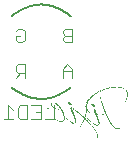
<source format=gbr>
G04 EAGLE Gerber RS-274X export*
G75*
%MOMM*%
%FSLAX34Y34*%
%LPD*%
%INSilkscreen Bottom*%
%IPPOS*%
%AMOC8*
5,1,8,0,0,1.08239X$1,22.5*%
G01*
%ADD10C,0.127000*%
%ADD11C,0.101600*%
%ADD12R,0.021163X0.021163*%
%ADD13R,0.021169X0.021163*%
%ADD14R,0.021163X0.021169*%
%ADD15R,0.042331X0.021163*%
%ADD16R,0.063494X0.021163*%
%ADD17R,0.042325X0.021163*%
%ADD18R,0.063500X0.021169*%
%ADD19R,0.063500X0.021163*%
%ADD20R,0.084663X0.021163*%
%ADD21R,0.253988X0.021163*%
%ADD22R,0.359819X0.021163*%
%ADD23R,0.444481X0.021163*%
%ADD24R,0.105831X0.021163*%
%ADD25R,0.148163X0.021163*%
%ADD26R,0.084656X0.021163*%
%ADD27R,0.063494X0.021169*%
%ADD28R,0.105825X0.021169*%
%ADD29R,0.042331X0.021169*%
%ADD30R,0.105825X0.021163*%
%ADD31R,0.190488X0.021163*%
%ADD32R,0.275156X0.021163*%
%ADD33R,0.275150X0.021163*%
%ADD34R,0.338650X0.021163*%
%ADD35R,0.296319X0.021163*%
%ADD36R,0.402150X0.021163*%
%ADD37R,0.126994X0.021163*%
%ADD38R,0.190494X0.021163*%
%ADD39R,0.148156X0.021163*%
%ADD40R,0.084669X0.021163*%
%ADD41R,0.126994X0.021169*%
%ADD42R,0.105831X0.021169*%
%ADD43R,0.084663X0.021169*%
%ADD44R,0.169325X0.021163*%
%ADD45R,0.126988X0.021163*%
%ADD46R,0.169331X0.021163*%
%ADD47R,0.148156X0.021169*%
%ADD48R,0.634969X0.021163*%
%ADD49R,0.232825X0.021163*%
%ADD50R,0.084656X0.021169*%
%ADD51R,0.148163X0.021169*%
%ADD52R,1.079456X0.021163*%
%ADD53R,1.227619X0.021163*%
%ADD54R,0.211656X0.021163*%
%ADD55R,0.127000X0.021163*%
%ADD56R,0.084669X0.021169*%
%ADD57R,0.169319X0.021163*%
%ADD58R,0.232819X0.021163*%
%ADD59R,0.211663X0.021163*%
%ADD60R,0.232825X0.021169*%
%ADD61R,0.169325X0.021169*%
%ADD62R,0.169331X0.021169*%
%ADD63R,0.677300X0.021169*%


D10*
X120650Y59061D02*
X121597Y59103D01*
X122542Y59169D01*
X123485Y59257D01*
X124426Y59367D01*
X125364Y59500D01*
X126299Y59656D01*
X127229Y59834D01*
X128155Y60034D01*
X129076Y60256D01*
X129991Y60500D01*
X130901Y60766D01*
X131803Y61054D01*
X132699Y61364D01*
X133587Y61694D01*
X134466Y62046D01*
X135337Y62419D01*
X136199Y62812D01*
X137051Y63227D01*
X137893Y63661D01*
X138724Y64115D01*
X139544Y64590D01*
X140353Y65083D01*
X141149Y65596D01*
X141933Y66128D01*
X142704Y66679D01*
X143462Y67248D01*
X144206Y67834D01*
X144935Y68439D01*
X145650Y69061D01*
X120650Y59061D02*
X119703Y59103D01*
X118758Y59169D01*
X117815Y59257D01*
X116874Y59367D01*
X115936Y59500D01*
X115001Y59656D01*
X114071Y59834D01*
X113145Y60034D01*
X112224Y60256D01*
X111309Y60500D01*
X110399Y60766D01*
X109497Y61054D01*
X108601Y61364D01*
X107713Y61694D01*
X106834Y62046D01*
X105963Y62419D01*
X105101Y62812D01*
X104249Y63227D01*
X103407Y63661D01*
X102576Y64115D01*
X101756Y64590D01*
X100947Y65083D01*
X100151Y65596D01*
X99367Y66128D01*
X98596Y66679D01*
X97838Y67248D01*
X97094Y67834D01*
X96365Y68439D01*
X95650Y69061D01*
X95650Y129059D02*
X96365Y129681D01*
X97094Y130286D01*
X97838Y130872D01*
X98596Y131441D01*
X99367Y131992D01*
X100151Y132524D01*
X100947Y133037D01*
X101756Y133530D01*
X102576Y134005D01*
X103407Y134459D01*
X104249Y134893D01*
X105101Y135308D01*
X105963Y135701D01*
X106834Y136074D01*
X107713Y136426D01*
X108601Y136756D01*
X109497Y137066D01*
X110399Y137354D01*
X111309Y137620D01*
X112224Y137864D01*
X113145Y138086D01*
X114071Y138286D01*
X115001Y138464D01*
X115936Y138620D01*
X116874Y138753D01*
X117815Y138863D01*
X118758Y138951D01*
X119703Y139017D01*
X120650Y139059D01*
X121597Y139017D01*
X122542Y138951D01*
X123485Y138863D01*
X124426Y138753D01*
X125364Y138620D01*
X126299Y138464D01*
X127229Y138286D01*
X128155Y138086D01*
X129076Y137864D01*
X129991Y137620D01*
X130901Y137354D01*
X131803Y137066D01*
X132699Y136756D01*
X133587Y136426D01*
X134466Y136074D01*
X135337Y135701D01*
X136199Y135308D01*
X137051Y134893D01*
X137893Y134459D01*
X138724Y134005D01*
X139544Y133530D01*
X140353Y133037D01*
X141149Y132524D01*
X141933Y131992D01*
X142704Y131441D01*
X143462Y130872D01*
X144206Y130286D01*
X144935Y129681D01*
X145650Y129059D01*
D11*
X106836Y88562D02*
X106836Y76868D01*
X106836Y88562D02*
X100989Y88562D01*
X99040Y86613D01*
X99040Y82715D01*
X100989Y80766D01*
X106836Y80766D01*
X102938Y80766D02*
X99040Y76868D01*
X146836Y76868D02*
X146836Y84664D01*
X142938Y88562D01*
X139040Y84664D01*
X139040Y76868D01*
X139040Y82715D02*
X146836Y82715D01*
X100989Y118562D02*
X99040Y116613D01*
X100989Y118562D02*
X104887Y118562D01*
X106836Y116613D01*
X106836Y108817D01*
X104887Y106868D01*
X100989Y106868D01*
X99040Y108817D01*
X99040Y112715D01*
X102938Y112715D01*
X146836Y106868D02*
X146836Y118562D01*
X140989Y118562D01*
X139040Y116613D01*
X139040Y114664D01*
X140989Y112715D01*
X139040Y110766D01*
X139040Y108817D01*
X140989Y106868D01*
X146836Y106868D01*
X146836Y112715D02*
X140989Y112715D01*
X131918Y53562D02*
X131918Y41868D01*
X124122Y41868D01*
X120224Y53562D02*
X112428Y53562D01*
X120224Y53562D02*
X120224Y41868D01*
X112428Y41868D01*
X116326Y47715D02*
X120224Y47715D01*
X108530Y53562D02*
X108530Y41868D01*
X102683Y41868D01*
X100734Y43817D01*
X100734Y51613D01*
X102683Y53562D01*
X108530Y53562D01*
X96836Y49664D02*
X92938Y53562D01*
X92938Y41868D01*
X96836Y41868D02*
X89040Y41868D01*
D12*
G36*
X167485Y24967D02*
X167695Y24949D01*
X167677Y24739D01*
X167467Y24757D01*
X167485Y24967D01*
G37*
D13*
G36*
X167714Y25159D02*
X167924Y25141D01*
X167906Y24931D01*
X167696Y24949D01*
X167714Y25159D01*
G37*
G36*
X167733Y25370D02*
X167943Y25352D01*
X167925Y25142D01*
X167715Y25160D01*
X167733Y25370D01*
G37*
D12*
G36*
X167962Y25563D02*
X168172Y25545D01*
X168154Y25335D01*
X167944Y25353D01*
X167962Y25563D01*
G37*
G36*
X167980Y25773D02*
X168190Y25755D01*
X168172Y25545D01*
X167962Y25563D01*
X167980Y25773D01*
G37*
G36*
X168210Y25966D02*
X168420Y25948D01*
X168402Y25738D01*
X168192Y25756D01*
X168210Y25966D01*
G37*
G36*
X168228Y26177D02*
X168438Y26159D01*
X168420Y25949D01*
X168210Y25967D01*
X168228Y26177D01*
G37*
D14*
G36*
X168247Y26388D02*
X168457Y26370D01*
X168439Y26160D01*
X168229Y26178D01*
X168247Y26388D01*
G37*
D15*
G36*
X168266Y26598D02*
X168685Y26562D01*
X168666Y26352D01*
X168247Y26388D01*
X168266Y26598D01*
G37*
G36*
X168285Y26809D02*
X168704Y26773D01*
X168685Y26563D01*
X168266Y26599D01*
X168285Y26809D01*
G37*
G36*
X168303Y27020D02*
X168722Y26984D01*
X168703Y26774D01*
X168284Y26810D01*
X168303Y27020D01*
G37*
G36*
X168322Y27231D02*
X168741Y27195D01*
X168722Y26985D01*
X168303Y27021D01*
X168322Y27231D01*
G37*
G36*
X168340Y27442D02*
X168759Y27406D01*
X168740Y27196D01*
X168321Y27232D01*
X168340Y27442D01*
G37*
G36*
X168359Y27653D02*
X168778Y27617D01*
X168759Y27407D01*
X168340Y27443D01*
X168359Y27653D01*
G37*
G36*
X168377Y27863D02*
X168796Y27827D01*
X168777Y27617D01*
X168358Y27653D01*
X168377Y27863D01*
G37*
D16*
G36*
X168184Y28093D02*
X168815Y28037D01*
X168796Y27827D01*
X168165Y27883D01*
X168184Y28093D01*
G37*
D17*
G36*
X168203Y28304D02*
X168622Y28268D01*
X168603Y28058D01*
X168184Y28094D01*
X168203Y28304D01*
G37*
G36*
X168222Y28514D02*
X168641Y28478D01*
X168622Y28268D01*
X168203Y28304D01*
X168222Y28514D01*
G37*
G36*
X168240Y28725D02*
X168659Y28689D01*
X168640Y28479D01*
X168221Y28515D01*
X168240Y28725D01*
G37*
D15*
G36*
X168048Y28955D02*
X168467Y28919D01*
X168448Y28709D01*
X168029Y28745D01*
X168048Y28955D01*
G37*
G36*
X168066Y29165D02*
X168485Y29129D01*
X168466Y28919D01*
X168047Y28955D01*
X168066Y29165D01*
G37*
D16*
G36*
X167873Y29395D02*
X168504Y29339D01*
X168485Y29129D01*
X167854Y29185D01*
X167873Y29395D01*
G37*
D15*
G36*
X167892Y29605D02*
X168311Y29569D01*
X168292Y29359D01*
X167873Y29395D01*
X167892Y29605D01*
G37*
D18*
G36*
X167699Y29836D02*
X168330Y29780D01*
X168311Y29570D01*
X167680Y29626D01*
X167699Y29836D01*
G37*
D15*
G36*
X167718Y30046D02*
X168137Y30010D01*
X168118Y29800D01*
X167699Y29836D01*
X167718Y30046D01*
G37*
D16*
G36*
X167525Y30276D02*
X168156Y30220D01*
X168137Y30010D01*
X167506Y30066D01*
X167525Y30276D01*
G37*
D15*
G36*
X167544Y30486D02*
X167963Y30450D01*
X167944Y30240D01*
X167525Y30276D01*
X167544Y30486D01*
G37*
D16*
G36*
X167351Y30716D02*
X167982Y30660D01*
X167963Y30450D01*
X167332Y30506D01*
X167351Y30716D01*
G37*
G36*
X167159Y30945D02*
X167790Y30889D01*
X167771Y30679D01*
X167140Y30735D01*
X167159Y30945D01*
G37*
G36*
X167177Y31156D02*
X167808Y31100D01*
X167789Y30890D01*
X167158Y30946D01*
X167177Y31156D01*
G37*
G36*
X166985Y31385D02*
X167616Y31329D01*
X167597Y31119D01*
X166966Y31175D01*
X166985Y31385D01*
G37*
D19*
G36*
X166793Y31615D02*
X167424Y31559D01*
X167405Y31349D01*
X166774Y31405D01*
X166793Y31615D01*
G37*
D15*
G36*
X166812Y31825D02*
X167231Y31789D01*
X167212Y31579D01*
X166793Y31615D01*
X166812Y31825D01*
G37*
D16*
G36*
X166619Y32055D02*
X167250Y31999D01*
X167231Y31789D01*
X166600Y31845D01*
X166619Y32055D01*
G37*
G36*
X166426Y32284D02*
X167057Y32228D01*
X167038Y32018D01*
X166407Y32074D01*
X166426Y32284D01*
G37*
G36*
X166234Y32513D02*
X166865Y32457D01*
X166846Y32247D01*
X166215Y32303D01*
X166234Y32513D01*
G37*
G36*
X166252Y32724D02*
X166883Y32668D01*
X166864Y32458D01*
X166233Y32514D01*
X166252Y32724D01*
G37*
G36*
X166060Y32954D02*
X166691Y32898D01*
X166672Y32688D01*
X166041Y32744D01*
X166060Y32954D01*
G37*
G36*
X165867Y33183D02*
X166498Y33127D01*
X166479Y32917D01*
X165848Y32973D01*
X165867Y33183D01*
G37*
D18*
G36*
X165675Y33412D02*
X166306Y33356D01*
X166287Y33146D01*
X165656Y33202D01*
X165675Y33412D01*
G37*
D19*
G36*
X165483Y33641D02*
X166114Y33585D01*
X166095Y33375D01*
X165464Y33431D01*
X165483Y33641D01*
G37*
D20*
G36*
X165290Y33871D02*
X166132Y33797D01*
X166114Y33587D01*
X165272Y33661D01*
X165290Y33871D01*
G37*
G36*
X165097Y34100D02*
X165939Y34026D01*
X165921Y33816D01*
X165079Y33890D01*
X165097Y34100D01*
G37*
D16*
G36*
X165116Y34311D02*
X165747Y34255D01*
X165728Y34045D01*
X165097Y34101D01*
X165116Y34311D01*
G37*
D12*
G36*
X153308Y35343D02*
X153518Y35325D01*
X153500Y35115D01*
X153290Y35133D01*
X153308Y35343D01*
G37*
D16*
G36*
X164924Y34540D02*
X165555Y34484D01*
X165536Y34274D01*
X164905Y34330D01*
X164924Y34540D01*
G37*
D13*
G36*
X153537Y35536D02*
X153747Y35518D01*
X153729Y35308D01*
X153519Y35326D01*
X153537Y35536D01*
G37*
D16*
G36*
X164731Y34770D02*
X165362Y34714D01*
X165343Y34504D01*
X164712Y34560D01*
X164731Y34770D01*
G37*
D15*
G36*
X153557Y35746D02*
X153976Y35710D01*
X153957Y35500D01*
X153538Y35536D01*
X153557Y35746D01*
G37*
D19*
G36*
X164539Y34999D02*
X165170Y34943D01*
X165151Y34733D01*
X164520Y34789D01*
X164539Y34999D01*
G37*
D17*
G36*
X153786Y35939D02*
X154205Y35903D01*
X154186Y35693D01*
X153767Y35729D01*
X153786Y35939D01*
G37*
D16*
G36*
X164347Y35228D02*
X164978Y35172D01*
X164959Y34962D01*
X164328Y35018D01*
X164347Y35228D01*
G37*
D12*
G36*
X154014Y36131D02*
X154224Y36113D01*
X154206Y35903D01*
X153996Y35921D01*
X154014Y36131D01*
G37*
D16*
G36*
X164154Y35457D02*
X164785Y35401D01*
X164766Y35191D01*
X164135Y35247D01*
X164154Y35457D01*
G37*
D15*
G36*
X154034Y36342D02*
X154453Y36306D01*
X154434Y36096D01*
X154015Y36132D01*
X154034Y36342D01*
G37*
D21*
G36*
X183993Y33934D02*
X186522Y33713D01*
X186503Y33502D01*
X183974Y33723D01*
X183993Y33934D01*
G37*
D16*
G36*
X163962Y35687D02*
X164593Y35631D01*
X164574Y35421D01*
X163943Y35477D01*
X163962Y35687D01*
G37*
D13*
G36*
X154262Y36535D02*
X154472Y36517D01*
X154454Y36307D01*
X154244Y36325D01*
X154262Y36535D01*
G37*
D22*
G36*
X183379Y34200D02*
X186962Y33887D01*
X186943Y33676D01*
X183360Y33989D01*
X183379Y34200D01*
G37*
D16*
G36*
X163769Y35916D02*
X164400Y35860D01*
X164381Y35650D01*
X163750Y35706D01*
X163769Y35916D01*
G37*
D12*
G36*
X154491Y36727D02*
X154701Y36709D01*
X154683Y36499D01*
X154473Y36517D01*
X154491Y36727D01*
G37*
D23*
G36*
X182975Y34448D02*
X187401Y34061D01*
X187383Y33850D01*
X182957Y34237D01*
X182975Y34448D01*
G37*
D16*
G36*
X163577Y36145D02*
X164208Y36089D01*
X164189Y35879D01*
X163558Y35935D01*
X163577Y36145D01*
G37*
D12*
G36*
X154509Y36938D02*
X154719Y36920D01*
X154701Y36710D01*
X154491Y36728D01*
X154509Y36938D01*
G37*
D24*
G36*
X186578Y34345D02*
X187631Y34253D01*
X187612Y34043D01*
X186559Y34135D01*
X186578Y34345D01*
G37*
D25*
G36*
X182572Y34696D02*
X184047Y34567D01*
X184028Y34356D01*
X182553Y34485D01*
X182572Y34696D01*
G37*
D16*
G36*
X163385Y36375D02*
X164016Y36319D01*
X163997Y36109D01*
X163366Y36165D01*
X163385Y36375D01*
G37*
D17*
G36*
X154529Y37149D02*
X154948Y37113D01*
X154929Y36903D01*
X154510Y36939D01*
X154529Y37149D01*
G37*
D26*
G36*
X187018Y34519D02*
X187860Y34445D01*
X187842Y34235D01*
X187000Y34309D01*
X187018Y34519D01*
G37*
D24*
G36*
X182380Y34925D02*
X183433Y34833D01*
X183414Y34623D01*
X182361Y34715D01*
X182380Y34925D01*
G37*
D16*
G36*
X163192Y36604D02*
X163823Y36548D01*
X163804Y36338D01*
X163173Y36394D01*
X163192Y36604D01*
G37*
D15*
G36*
X154759Y37341D02*
X155178Y37305D01*
X155159Y37095D01*
X154740Y37131D01*
X154759Y37341D01*
G37*
D20*
G36*
X187247Y34712D02*
X188089Y34638D01*
X188071Y34428D01*
X187229Y34502D01*
X187247Y34712D01*
G37*
D24*
G36*
X181976Y35172D02*
X183029Y35080D01*
X183010Y34870D01*
X181957Y34962D01*
X181976Y35172D01*
G37*
D16*
G36*
X163000Y36833D02*
X163631Y36777D01*
X163612Y36567D01*
X162981Y36623D01*
X163000Y36833D01*
G37*
D15*
G36*
X154777Y37552D02*
X155196Y37516D01*
X155177Y37306D01*
X154758Y37342D01*
X154777Y37552D01*
G37*
D27*
G36*
X187688Y34886D02*
X188319Y34830D01*
X188300Y34620D01*
X187669Y34676D01*
X187688Y34886D01*
G37*
D28*
G36*
X181784Y35402D02*
X182837Y35310D01*
X182818Y35100D01*
X181765Y35192D01*
X181784Y35402D01*
G37*
G36*
X167024Y36693D02*
X168077Y36601D01*
X168058Y36391D01*
X167005Y36483D01*
X167024Y36693D01*
G37*
D27*
G36*
X162807Y37063D02*
X163438Y37007D01*
X163419Y36797D01*
X162788Y36853D01*
X162807Y37063D01*
G37*
D29*
G36*
X155006Y37744D02*
X155425Y37708D01*
X155406Y37498D01*
X154987Y37534D01*
X155006Y37744D01*
G37*
D28*
G36*
X147204Y38427D02*
X148257Y38335D01*
X148238Y38125D01*
X147185Y38217D01*
X147204Y38427D01*
G37*
D16*
G36*
X187917Y35078D02*
X188548Y35022D01*
X188529Y34812D01*
X187898Y34868D01*
X187917Y35078D01*
G37*
D30*
G36*
X181592Y35631D02*
X182645Y35539D01*
X182626Y35329D01*
X181573Y35421D01*
X181592Y35631D01*
G37*
D31*
G36*
X166621Y36941D02*
X168517Y36775D01*
X168499Y36565D01*
X166603Y36731D01*
X166621Y36941D01*
G37*
D19*
G36*
X162615Y37292D02*
X163246Y37236D01*
X163227Y37026D01*
X162596Y37082D01*
X162615Y37292D01*
G37*
D15*
G36*
X155025Y37955D02*
X155444Y37919D01*
X155425Y37709D01*
X155006Y37745D01*
X155025Y37955D01*
G37*
D31*
G36*
X146801Y38675D02*
X148697Y38509D01*
X148679Y38299D01*
X146783Y38465D01*
X146801Y38675D01*
G37*
D15*
G36*
X188147Y35270D02*
X188566Y35234D01*
X188547Y35024D01*
X188128Y35060D01*
X188147Y35270D01*
G37*
D30*
G36*
X181188Y35879D02*
X182241Y35787D01*
X182222Y35577D01*
X181169Y35669D01*
X181188Y35879D01*
G37*
D32*
G36*
X166217Y37189D02*
X168958Y36950D01*
X168939Y36739D01*
X166198Y36978D01*
X166217Y37189D01*
G37*
D19*
G36*
X162423Y37521D02*
X163054Y37465D01*
X163035Y37255D01*
X162404Y37311D01*
X162423Y37521D01*
G37*
D13*
G36*
X155253Y38148D02*
X155463Y38130D01*
X155445Y37920D01*
X155235Y37938D01*
X155253Y38148D01*
G37*
D33*
G36*
X146397Y38923D02*
X149138Y38684D01*
X149119Y38473D01*
X146378Y38712D01*
X146397Y38923D01*
G37*
D31*
G36*
X136065Y39827D02*
X137961Y39661D01*
X137943Y39451D01*
X136047Y39617D01*
X136065Y39827D01*
G37*
D15*
G36*
X188376Y35462D02*
X188795Y35426D01*
X188776Y35216D01*
X188357Y35252D01*
X188376Y35462D01*
G37*
D30*
G36*
X180996Y36108D02*
X182049Y36016D01*
X182030Y35806D01*
X180977Y35898D01*
X180996Y36108D01*
G37*
D34*
G36*
X165814Y37437D02*
X169186Y37143D01*
X169168Y36931D01*
X165796Y37225D01*
X165814Y37437D01*
G37*
D19*
G36*
X162230Y37750D02*
X162861Y37694D01*
X162842Y37484D01*
X162211Y37540D01*
X162230Y37750D01*
G37*
D15*
G36*
X155273Y38358D02*
X155692Y38322D01*
X155673Y38112D01*
X155254Y38148D01*
X155273Y38358D01*
G37*
D34*
G36*
X145994Y39171D02*
X149366Y38877D01*
X149348Y38665D01*
X145976Y38959D01*
X145994Y39171D01*
G37*
D35*
G36*
X135451Y40093D02*
X138401Y39836D01*
X138383Y39625D01*
X135433Y39882D01*
X135451Y40093D01*
G37*
D12*
G36*
X188604Y35655D02*
X188814Y35637D01*
X188796Y35427D01*
X188586Y35445D01*
X188604Y35655D01*
G37*
D30*
G36*
X180803Y36337D02*
X181856Y36245D01*
X181837Y36035D01*
X180784Y36127D01*
X180803Y36337D01*
G37*
D17*
G36*
X168996Y37370D02*
X169415Y37334D01*
X169396Y37124D01*
X168977Y37160D01*
X168996Y37370D01*
G37*
D25*
G36*
X165622Y37666D02*
X167097Y37537D01*
X167078Y37326D01*
X165603Y37455D01*
X165622Y37666D01*
G37*
D20*
G36*
X161826Y37998D02*
X162668Y37924D01*
X162650Y37714D01*
X161808Y37788D01*
X161826Y37998D01*
G37*
D15*
G36*
X155291Y38569D02*
X155710Y38533D01*
X155691Y38323D01*
X155272Y38359D01*
X155291Y38569D01*
G37*
G36*
X149176Y39104D02*
X149595Y39068D01*
X149576Y38858D01*
X149157Y38894D01*
X149176Y39104D01*
G37*
D25*
G36*
X145802Y39400D02*
X147277Y39271D01*
X147258Y39060D01*
X145783Y39189D01*
X145802Y39400D01*
G37*
D36*
G36*
X134837Y40359D02*
X138843Y40010D01*
X138825Y39799D01*
X134819Y40148D01*
X134837Y40359D01*
G37*
D30*
G36*
X180611Y36567D02*
X181664Y36475D01*
X181645Y36265D01*
X180592Y36357D01*
X180611Y36567D01*
G37*
D15*
G36*
X169226Y37563D02*
X169645Y37527D01*
X169626Y37317D01*
X169207Y37353D01*
X169226Y37563D01*
G37*
D37*
G36*
X165218Y37913D02*
X166482Y37803D01*
X166464Y37593D01*
X165200Y37703D01*
X165218Y37913D01*
G37*
D20*
G36*
X161634Y38227D02*
X162476Y38153D01*
X162458Y37943D01*
X161616Y38017D01*
X161634Y38227D01*
G37*
D17*
G36*
X155520Y38762D02*
X155939Y38726D01*
X155920Y38516D01*
X155501Y38552D01*
X155520Y38762D01*
G37*
D15*
G36*
X149406Y39297D02*
X149825Y39261D01*
X149806Y39051D01*
X149387Y39087D01*
X149406Y39297D01*
G37*
D37*
G36*
X145398Y39647D02*
X146662Y39537D01*
X146644Y39327D01*
X145380Y39437D01*
X145398Y39647D01*
G37*
D16*
G36*
X138441Y40257D02*
X139072Y40201D01*
X139053Y39991D01*
X138422Y40047D01*
X138441Y40257D01*
G37*
D38*
G36*
X134434Y40607D02*
X136330Y40441D01*
X136312Y40231D01*
X134416Y40397D01*
X134434Y40607D01*
G37*
D30*
G36*
X180419Y36796D02*
X181472Y36704D01*
X181453Y36494D01*
X180400Y36586D01*
X180419Y36796D01*
G37*
D19*
G36*
X169244Y37774D02*
X169875Y37718D01*
X169856Y37508D01*
X169225Y37564D01*
X169244Y37774D01*
G37*
D37*
G36*
X164815Y38161D02*
X166079Y38051D01*
X166061Y37841D01*
X164797Y37951D01*
X164815Y38161D01*
G37*
D20*
G36*
X161441Y38457D02*
X162283Y38383D01*
X162265Y38173D01*
X161423Y38247D01*
X161441Y38457D01*
G37*
D17*
G36*
X155539Y38973D02*
X155958Y38937D01*
X155939Y38727D01*
X155520Y38763D01*
X155539Y38973D01*
G37*
D16*
G36*
X149423Y39508D02*
X150054Y39452D01*
X150035Y39242D01*
X149404Y39298D01*
X149423Y39508D01*
G37*
D37*
G36*
X144995Y39895D02*
X146259Y39785D01*
X146241Y39575D01*
X144977Y39685D01*
X144995Y39895D01*
G37*
D15*
G36*
X138881Y40430D02*
X139300Y40394D01*
X139281Y40184D01*
X138862Y40220D01*
X138881Y40430D01*
G37*
D39*
G36*
X134031Y40855D02*
X135506Y40726D01*
X135487Y40515D01*
X134012Y40644D01*
X134031Y40855D01*
G37*
D37*
G36*
X180226Y37025D02*
X181490Y36915D01*
X181472Y36705D01*
X180208Y36815D01*
X180226Y37025D01*
G37*
D19*
G36*
X169262Y37985D02*
X169893Y37929D01*
X169874Y37719D01*
X169243Y37775D01*
X169262Y37985D01*
G37*
D30*
G36*
X164623Y38390D02*
X165676Y38298D01*
X165657Y38088D01*
X164604Y38180D01*
X164623Y38390D01*
G37*
D20*
G36*
X161249Y38686D02*
X162091Y38612D01*
X162073Y38402D01*
X161231Y38476D01*
X161249Y38686D01*
G37*
D16*
G36*
X155557Y39184D02*
X156188Y39128D01*
X156169Y38918D01*
X155538Y38974D01*
X155557Y39184D01*
G37*
G36*
X149442Y39719D02*
X150073Y39663D01*
X150054Y39453D01*
X149423Y39509D01*
X149442Y39719D01*
G37*
D30*
G36*
X144803Y40124D02*
X145856Y40032D01*
X145837Y39822D01*
X144784Y39914D01*
X144803Y40124D01*
G37*
D15*
G36*
X139111Y40622D02*
X139530Y40586D01*
X139511Y40376D01*
X139092Y40412D01*
X139111Y40622D01*
G37*
D24*
G36*
X133628Y41102D02*
X134681Y41010D01*
X134662Y40800D01*
X133609Y40892D01*
X133628Y41102D01*
G37*
D37*
G36*
X180033Y37254D02*
X181297Y37144D01*
X181279Y36934D01*
X180015Y37044D01*
X180033Y37254D01*
G37*
D20*
G36*
X169280Y38196D02*
X170122Y38122D01*
X170104Y37912D01*
X169262Y37986D01*
X169280Y38196D01*
G37*
D30*
G36*
X164220Y38638D02*
X165273Y38546D01*
X165254Y38336D01*
X164201Y38428D01*
X164220Y38638D01*
G37*
D20*
G36*
X161057Y38915D02*
X161899Y38841D01*
X161881Y38631D01*
X161039Y38705D01*
X161057Y38915D01*
G37*
D15*
G36*
X155786Y39376D02*
X156205Y39340D01*
X156186Y39130D01*
X155767Y39166D01*
X155786Y39376D01*
G37*
D20*
G36*
X149460Y39930D02*
X150302Y39856D01*
X150284Y39646D01*
X149442Y39720D01*
X149460Y39930D01*
G37*
D24*
G36*
X144400Y40372D02*
X145453Y40280D01*
X145434Y40070D01*
X144381Y40162D01*
X144400Y40372D01*
G37*
D15*
G36*
X139340Y40815D02*
X139759Y40779D01*
X139740Y40569D01*
X139321Y40605D01*
X139340Y40815D01*
G37*
D30*
G36*
X133225Y41350D02*
X134278Y41258D01*
X134259Y41048D01*
X133206Y41140D01*
X133225Y41350D01*
G37*
D37*
G36*
X179841Y37484D02*
X181105Y37374D01*
X181087Y37164D01*
X179823Y37274D01*
X179841Y37484D01*
G37*
D20*
G36*
X169298Y38407D02*
X170140Y38333D01*
X170122Y38123D01*
X169280Y38197D01*
X169298Y38407D01*
G37*
G36*
X164027Y38868D02*
X164869Y38794D01*
X164851Y38584D01*
X164009Y38658D01*
X164027Y38868D01*
G37*
G36*
X160864Y39144D02*
X161706Y39070D01*
X161688Y38860D01*
X160846Y38934D01*
X160864Y39144D01*
G37*
D19*
G36*
X155804Y39587D02*
X156435Y39531D01*
X156416Y39321D01*
X155785Y39377D01*
X155804Y39587D01*
G37*
D20*
G36*
X149478Y40141D02*
X150320Y40067D01*
X150302Y39857D01*
X149460Y39931D01*
X149478Y40141D01*
G37*
G36*
X144207Y40602D02*
X145049Y40528D01*
X145031Y40318D01*
X144189Y40392D01*
X144207Y40602D01*
G37*
D15*
G36*
X139569Y41007D02*
X139988Y40971D01*
X139969Y40761D01*
X139550Y40797D01*
X139569Y41007D01*
G37*
D20*
G36*
X132821Y41598D02*
X133663Y41524D01*
X133645Y41314D01*
X132803Y41388D01*
X132821Y41598D01*
G37*
D37*
G36*
X179648Y37713D02*
X180912Y37603D01*
X180894Y37393D01*
X179630Y37503D01*
X179648Y37713D01*
G37*
D20*
G36*
X169317Y38617D02*
X170159Y38543D01*
X170141Y38333D01*
X169299Y38407D01*
X169317Y38617D01*
G37*
G36*
X163624Y39115D02*
X164466Y39041D01*
X164448Y38831D01*
X163606Y38905D01*
X163624Y39115D01*
G37*
G36*
X160672Y39374D02*
X161514Y39300D01*
X161496Y39090D01*
X160654Y39164D01*
X160672Y39374D01*
G37*
D19*
G36*
X155823Y39798D02*
X156454Y39742D01*
X156435Y39532D01*
X155804Y39588D01*
X155823Y39798D01*
G37*
D20*
G36*
X149497Y40351D02*
X150339Y40277D01*
X150321Y40067D01*
X149479Y40141D01*
X149497Y40351D01*
G37*
G36*
X143804Y40850D02*
X144646Y40776D01*
X144628Y40566D01*
X143786Y40640D01*
X143804Y40850D01*
G37*
D15*
G36*
X139588Y41218D02*
X140007Y41182D01*
X139988Y40972D01*
X139569Y41008D01*
X139588Y41218D01*
G37*
D19*
G36*
X132629Y41827D02*
X133260Y41771D01*
X133241Y41561D01*
X132610Y41617D01*
X132629Y41827D01*
G37*
D30*
G36*
X179667Y37924D02*
X180720Y37832D01*
X180701Y37622D01*
X179648Y37714D01*
X179667Y37924D01*
G37*
D20*
G36*
X169335Y38828D02*
X170177Y38754D01*
X170159Y38544D01*
X169317Y38618D01*
X169335Y38828D01*
G37*
D16*
G36*
X163432Y39345D02*
X164063Y39289D01*
X164044Y39079D01*
X163413Y39135D01*
X163432Y39345D01*
G37*
D20*
G36*
X160479Y39603D02*
X161321Y39529D01*
X161303Y39319D01*
X160461Y39393D01*
X160479Y39603D01*
G37*
D15*
G36*
X156053Y39990D02*
X156472Y39954D01*
X156453Y39744D01*
X156034Y39780D01*
X156053Y39990D01*
G37*
D20*
G36*
X149515Y40562D02*
X150357Y40488D01*
X150339Y40278D01*
X149497Y40352D01*
X149515Y40562D01*
G37*
D16*
G36*
X143612Y41079D02*
X144243Y41023D01*
X144224Y40813D01*
X143593Y40869D01*
X143612Y41079D01*
G37*
D15*
G36*
X139817Y41410D02*
X140236Y41374D01*
X140217Y41164D01*
X139798Y41200D01*
X139817Y41410D01*
G37*
D19*
G36*
X132226Y42075D02*
X132857Y42019D01*
X132838Y41809D01*
X132207Y41865D01*
X132226Y42075D01*
G37*
D24*
G36*
X179475Y38153D02*
X180528Y38061D01*
X180509Y37851D01*
X179456Y37943D01*
X179475Y38153D01*
G37*
D20*
G36*
X169354Y39039D02*
X170196Y38965D01*
X170178Y38755D01*
X169336Y38829D01*
X169354Y39039D01*
G37*
G36*
X163028Y39593D02*
X163870Y39519D01*
X163852Y39309D01*
X163010Y39383D01*
X163028Y39593D01*
G37*
G36*
X160287Y39832D02*
X161129Y39758D01*
X161111Y39548D01*
X160269Y39622D01*
X160287Y39832D01*
G37*
D19*
G36*
X156071Y40201D02*
X156702Y40145D01*
X156683Y39935D01*
X156052Y39991D01*
X156071Y40201D01*
G37*
D20*
G36*
X149534Y40773D02*
X150376Y40699D01*
X150358Y40489D01*
X149516Y40563D01*
X149534Y40773D01*
G37*
G36*
X143208Y41327D02*
X144050Y41253D01*
X144032Y41043D01*
X143190Y41117D01*
X143208Y41327D01*
G37*
D19*
G36*
X139835Y41622D02*
X140466Y41566D01*
X140447Y41356D01*
X139816Y41412D01*
X139835Y41622D01*
G37*
D12*
G36*
X132032Y42304D02*
X132242Y42286D01*
X132224Y42076D01*
X132014Y42094D01*
X132032Y42304D01*
G37*
D37*
G36*
X179282Y38382D02*
X180546Y38272D01*
X180528Y38062D01*
X179264Y38172D01*
X179282Y38382D01*
G37*
D30*
G36*
X169162Y39268D02*
X170215Y39176D01*
X170196Y38966D01*
X169143Y39058D01*
X169162Y39268D01*
G37*
D19*
G36*
X162836Y39822D02*
X163467Y39766D01*
X163448Y39556D01*
X162817Y39612D01*
X162836Y39822D01*
G37*
D20*
G36*
X159884Y40080D02*
X160726Y40006D01*
X160708Y39796D01*
X159866Y39870D01*
X159884Y40080D01*
G37*
D19*
G36*
X156089Y40412D02*
X156720Y40356D01*
X156701Y40146D01*
X156070Y40202D01*
X156089Y40412D01*
G37*
D24*
G36*
X149342Y41002D02*
X150395Y40910D01*
X150376Y40700D01*
X149323Y40792D01*
X149342Y41002D01*
G37*
D16*
G36*
X143016Y41556D02*
X143647Y41500D01*
X143628Y41290D01*
X142997Y41346D01*
X143016Y41556D01*
G37*
D19*
G36*
X139853Y41833D02*
X140484Y41777D01*
X140465Y41567D01*
X139834Y41623D01*
X139853Y41833D01*
G37*
D15*
G36*
X131631Y42551D02*
X132050Y42515D01*
X132031Y42305D01*
X131612Y42341D01*
X131631Y42551D01*
G37*
D37*
G36*
X179090Y38612D02*
X180354Y38502D01*
X180336Y38292D01*
X179072Y38402D01*
X179090Y38612D01*
G37*
D20*
G36*
X169180Y39479D02*
X170022Y39405D01*
X170004Y39195D01*
X169162Y39269D01*
X169180Y39479D01*
G37*
G36*
X162432Y40070D02*
X163274Y39996D01*
X163256Y39786D01*
X162414Y39860D01*
X162432Y40070D01*
G37*
G36*
X159691Y40309D02*
X160533Y40235D01*
X160515Y40025D01*
X159673Y40099D01*
X159691Y40309D01*
G37*
D16*
G36*
X156318Y40605D02*
X156949Y40549D01*
X156930Y40339D01*
X156299Y40395D01*
X156318Y40605D01*
G37*
D20*
G36*
X149360Y41213D02*
X150202Y41139D01*
X150184Y40929D01*
X149342Y41003D01*
X149360Y41213D01*
G37*
D40*
G36*
X142612Y41804D02*
X143454Y41730D01*
X143436Y41520D01*
X142594Y41594D01*
X142612Y41804D01*
G37*
D19*
G36*
X139872Y42044D02*
X140503Y41988D01*
X140484Y41778D01*
X139853Y41834D01*
X139872Y42044D01*
G37*
D37*
G36*
X178897Y38841D02*
X180161Y38731D01*
X180143Y38521D01*
X178879Y38631D01*
X178897Y38841D01*
G37*
D24*
G36*
X168988Y39708D02*
X170041Y39616D01*
X170022Y39406D01*
X168969Y39498D01*
X168988Y39708D01*
G37*
D16*
G36*
X162241Y40299D02*
X162872Y40243D01*
X162853Y40033D01*
X162222Y40089D01*
X162241Y40299D01*
G37*
D20*
G36*
X159499Y40539D02*
X160341Y40465D01*
X160323Y40255D01*
X159481Y40329D01*
X159499Y40539D01*
G37*
D16*
G36*
X156337Y40816D02*
X156968Y40760D01*
X156949Y40550D01*
X156318Y40606D01*
X156337Y40816D01*
G37*
D30*
G36*
X149168Y41442D02*
X150221Y41350D01*
X150202Y41140D01*
X149149Y41232D01*
X149168Y41442D01*
G37*
D19*
G36*
X142420Y42033D02*
X143051Y41977D01*
X143032Y41767D01*
X142401Y41823D01*
X142420Y42033D01*
G37*
G36*
X139890Y42254D02*
X140521Y42198D01*
X140502Y41988D01*
X139871Y42044D01*
X139890Y42254D01*
G37*
D41*
G36*
X178705Y39070D02*
X179969Y38960D01*
X179951Y38750D01*
X178687Y38860D01*
X178705Y39070D01*
G37*
D42*
G36*
X169006Y39919D02*
X170059Y39827D01*
X170040Y39617D01*
X168987Y39709D01*
X169006Y39919D01*
G37*
D27*
G36*
X162048Y40528D02*
X162679Y40472D01*
X162660Y40262D01*
X162029Y40318D01*
X162048Y40528D01*
G37*
D43*
G36*
X159307Y40768D02*
X160149Y40694D01*
X160131Y40484D01*
X159289Y40558D01*
X159307Y40768D01*
G37*
D27*
G36*
X156355Y41026D02*
X156986Y40970D01*
X156967Y40760D01*
X156336Y40816D01*
X156355Y41026D01*
G37*
D28*
G36*
X149186Y41653D02*
X150239Y41561D01*
X150220Y41351D01*
X149167Y41443D01*
X149186Y41653D01*
G37*
D18*
G36*
X142228Y42262D02*
X142859Y42206D01*
X142840Y41996D01*
X142209Y42052D01*
X142228Y42262D01*
G37*
D29*
G36*
X140120Y42446D02*
X140539Y42410D01*
X140520Y42200D01*
X140101Y42236D01*
X140120Y42446D01*
G37*
D37*
G36*
X178723Y39281D02*
X179987Y39171D01*
X179969Y38961D01*
X178705Y39071D01*
X178723Y39281D01*
G37*
G36*
X168813Y40148D02*
X170077Y40038D01*
X170059Y39828D01*
X168795Y39938D01*
X168813Y40148D01*
G37*
D16*
G36*
X161645Y40776D02*
X162276Y40720D01*
X162257Y40510D01*
X161626Y40566D01*
X161645Y40776D01*
G37*
D24*
G36*
X158904Y41016D02*
X159957Y40924D01*
X159938Y40714D01*
X158885Y40806D01*
X158904Y41016D01*
G37*
D16*
G36*
X156585Y41219D02*
X157216Y41163D01*
X157197Y40953D01*
X156566Y41009D01*
X156585Y41219D01*
G37*
D37*
G36*
X148993Y41882D02*
X150257Y41772D01*
X150239Y41562D01*
X148975Y41672D01*
X148993Y41882D01*
G37*
D16*
G36*
X141825Y42510D02*
X142456Y42454D01*
X142437Y42244D01*
X141806Y42300D01*
X141825Y42510D01*
G37*
G36*
X140138Y42658D02*
X140769Y42602D01*
X140750Y42392D01*
X140119Y42448D01*
X140138Y42658D01*
G37*
D37*
G36*
X178531Y39511D02*
X179795Y39401D01*
X179777Y39191D01*
X178513Y39301D01*
X178531Y39511D01*
G37*
D24*
G36*
X168832Y40359D02*
X169885Y40267D01*
X169866Y40057D01*
X168813Y40149D01*
X168832Y40359D01*
G37*
D16*
G36*
X161453Y41005D02*
X162084Y40949D01*
X162065Y40739D01*
X161434Y40795D01*
X161453Y41005D01*
G37*
D24*
G36*
X158711Y41245D02*
X159764Y41153D01*
X159745Y40943D01*
X158692Y41035D01*
X158711Y41245D01*
G37*
D16*
G36*
X156603Y41430D02*
X157234Y41374D01*
X157215Y41164D01*
X156584Y41220D01*
X156603Y41430D01*
G37*
D24*
G36*
X149012Y42093D02*
X150065Y42001D01*
X150046Y41791D01*
X148993Y41883D01*
X149012Y42093D01*
G37*
D16*
G36*
X141632Y42739D02*
X142263Y42683D01*
X142244Y42473D01*
X141613Y42529D01*
X141632Y42739D01*
G37*
D19*
G36*
X139946Y42887D02*
X140577Y42831D01*
X140558Y42621D01*
X139927Y42677D01*
X139946Y42887D01*
G37*
D37*
G36*
X178338Y39740D02*
X179602Y39630D01*
X179584Y39420D01*
X178320Y39530D01*
X178338Y39740D01*
G37*
G36*
X168639Y40588D02*
X169903Y40478D01*
X169885Y40268D01*
X168621Y40378D01*
X168639Y40588D01*
G37*
D15*
G36*
X161261Y41234D02*
X161680Y41198D01*
X161661Y40988D01*
X161242Y41024D01*
X161261Y41234D01*
G37*
D20*
G36*
X158519Y41474D02*
X159361Y41400D01*
X159343Y41190D01*
X158501Y41264D01*
X158519Y41474D01*
G37*
D16*
G36*
X156621Y41641D02*
X157252Y41585D01*
X157233Y41375D01*
X156602Y41431D01*
X156621Y41641D01*
G37*
D37*
G36*
X148819Y42322D02*
X150083Y42212D01*
X150065Y42002D01*
X148801Y42112D01*
X148819Y42322D01*
G37*
D15*
G36*
X141441Y42968D02*
X141860Y42932D01*
X141841Y42722D01*
X141422Y42758D01*
X141441Y42968D01*
G37*
D19*
G36*
X139964Y43098D02*
X140595Y43042D01*
X140576Y42832D01*
X139945Y42888D01*
X139964Y43098D01*
G37*
D37*
G36*
X178357Y39951D02*
X179621Y39841D01*
X179603Y39631D01*
X178339Y39741D01*
X178357Y39951D01*
G37*
G36*
X168658Y40799D02*
X169922Y40689D01*
X169904Y40479D01*
X168640Y40589D01*
X168658Y40799D01*
G37*
D16*
G36*
X160857Y41482D02*
X161488Y41426D01*
X161469Y41216D01*
X160838Y41272D01*
X160857Y41482D01*
G37*
D30*
G36*
X158116Y41722D02*
X159169Y41630D01*
X159150Y41420D01*
X158097Y41512D01*
X158116Y41722D01*
G37*
D20*
G36*
X156639Y41851D02*
X157481Y41777D01*
X157463Y41567D01*
X156621Y41641D01*
X156639Y41851D01*
G37*
D37*
G36*
X148838Y42533D02*
X150102Y42423D01*
X150084Y42213D01*
X148820Y42323D01*
X148838Y42533D01*
G37*
D16*
G36*
X141037Y43217D02*
X141668Y43161D01*
X141649Y42951D01*
X141018Y43007D01*
X141037Y43217D01*
G37*
D19*
G36*
X139982Y43309D02*
X140613Y43253D01*
X140594Y43043D01*
X139963Y43099D01*
X139982Y43309D01*
G37*
D37*
G36*
X178165Y40180D02*
X179429Y40070D01*
X179411Y39860D01*
X178147Y39970D01*
X178165Y40180D01*
G37*
G36*
X168465Y41029D02*
X169729Y40919D01*
X169711Y40709D01*
X168447Y40819D01*
X168465Y41029D01*
G37*
D15*
G36*
X160665Y41711D02*
X161084Y41675D01*
X161065Y41465D01*
X160646Y41501D01*
X160665Y41711D01*
G37*
D30*
G36*
X157923Y41951D02*
X158976Y41859D01*
X158957Y41649D01*
X157904Y41741D01*
X157923Y41951D01*
G37*
D16*
G36*
X156869Y42044D02*
X157500Y41988D01*
X157481Y41778D01*
X156850Y41834D01*
X156869Y42044D01*
G37*
D37*
G36*
X148645Y42763D02*
X149909Y42653D01*
X149891Y42443D01*
X148627Y42553D01*
X148645Y42763D01*
G37*
G36*
X140000Y43519D02*
X141264Y43409D01*
X141246Y43199D01*
X139982Y43309D01*
X140000Y43519D01*
G37*
G36*
X177972Y40409D02*
X179236Y40299D01*
X179218Y40089D01*
X177954Y40199D01*
X177972Y40409D01*
G37*
G36*
X168484Y41239D02*
X169748Y41129D01*
X169730Y40919D01*
X168466Y41029D01*
X168484Y41239D01*
G37*
D15*
G36*
X160473Y41940D02*
X160892Y41904D01*
X160873Y41694D01*
X160454Y41730D01*
X160473Y41940D01*
G37*
D31*
G36*
X156887Y42254D02*
X158783Y42088D01*
X158765Y41878D01*
X156869Y42044D01*
X156887Y42254D01*
G37*
D37*
G36*
X148664Y42973D02*
X149928Y42863D01*
X149910Y42653D01*
X148646Y42763D01*
X148664Y42973D01*
G37*
D30*
G36*
X140019Y43730D02*
X141072Y43638D01*
X141053Y43428D01*
X140000Y43520D01*
X140019Y43730D01*
G37*
D37*
G36*
X177780Y40639D02*
X179044Y40529D01*
X179026Y40319D01*
X177762Y40429D01*
X177780Y40639D01*
G37*
G36*
X168502Y41450D02*
X169766Y41340D01*
X169748Y41130D01*
X168484Y41240D01*
X168502Y41450D01*
G37*
D15*
G36*
X160280Y42170D02*
X160699Y42134D01*
X160680Y41924D01*
X160261Y41960D01*
X160280Y42170D01*
G37*
D44*
G36*
X156906Y42465D02*
X158591Y42317D01*
X158572Y42107D01*
X156887Y42255D01*
X156906Y42465D01*
G37*
D37*
G36*
X148682Y43184D02*
X149946Y43074D01*
X149928Y42864D01*
X148664Y42974D01*
X148682Y43184D01*
G37*
D20*
G36*
X140037Y43941D02*
X140879Y43867D01*
X140861Y43657D01*
X140019Y43731D01*
X140037Y43941D01*
G37*
D37*
G36*
X177798Y40849D02*
X179062Y40739D01*
X179044Y40529D01*
X177780Y40639D01*
X177798Y40849D01*
G37*
D45*
G36*
X168310Y41680D02*
X169574Y41570D01*
X169556Y41360D01*
X168292Y41470D01*
X168310Y41680D01*
G37*
D15*
G36*
X160088Y42399D02*
X160507Y42363D01*
X160488Y42153D01*
X160069Y42189D01*
X160088Y42399D01*
G37*
D39*
G36*
X156924Y42676D02*
X158399Y42547D01*
X158380Y42336D01*
X156905Y42465D01*
X156924Y42676D01*
G37*
D37*
G36*
X148490Y43414D02*
X149754Y43304D01*
X149736Y43094D01*
X148472Y43204D01*
X148490Y43414D01*
G37*
D20*
G36*
X139845Y44170D02*
X140687Y44096D01*
X140669Y43886D01*
X139827Y43960D01*
X139845Y44170D01*
G37*
D37*
G36*
X177606Y41079D02*
X178870Y40969D01*
X178852Y40759D01*
X177588Y40869D01*
X177606Y41079D01*
G37*
D45*
G36*
X168328Y41890D02*
X169592Y41780D01*
X169574Y41570D01*
X168310Y41680D01*
X168328Y41890D01*
G37*
D12*
G36*
X159894Y42628D02*
X160104Y42610D01*
X160086Y42400D01*
X159876Y42418D01*
X159894Y42628D01*
G37*
D24*
G36*
X156943Y42887D02*
X157996Y42795D01*
X157977Y42585D01*
X156924Y42677D01*
X156943Y42887D01*
G37*
D37*
G36*
X148508Y43624D02*
X149772Y43514D01*
X149754Y43304D01*
X148490Y43414D01*
X148508Y43624D01*
G37*
D20*
G36*
X139863Y44381D02*
X140705Y44307D01*
X140687Y44097D01*
X139845Y44171D01*
X139863Y44381D01*
G37*
D37*
G36*
X177413Y41308D02*
X178677Y41198D01*
X178659Y40988D01*
X177395Y41098D01*
X177413Y41308D01*
G37*
G36*
X168136Y42120D02*
X169400Y42010D01*
X169382Y41800D01*
X168118Y41910D01*
X168136Y42120D01*
G37*
D13*
G36*
X159702Y42858D02*
X159912Y42840D01*
X159894Y42630D01*
X159684Y42648D01*
X159702Y42858D01*
G37*
D37*
G36*
X156750Y43116D02*
X158014Y43006D01*
X157996Y42796D01*
X156732Y42906D01*
X156750Y43116D01*
G37*
G36*
X148316Y43854D02*
X149580Y43744D01*
X149562Y43534D01*
X148298Y43644D01*
X148316Y43854D01*
G37*
D20*
G36*
X139671Y44611D02*
X140513Y44537D01*
X140495Y44327D01*
X139653Y44401D01*
X139671Y44611D01*
G37*
D37*
G36*
X177432Y41519D02*
X178696Y41409D01*
X178678Y41199D01*
X177414Y41309D01*
X177432Y41519D01*
G37*
G36*
X168154Y42331D02*
X169418Y42221D01*
X169400Y42011D01*
X168136Y42121D01*
X168154Y42331D01*
G37*
D12*
G36*
X159509Y43087D02*
X159719Y43069D01*
X159701Y42859D01*
X159491Y42877D01*
X159509Y43087D01*
G37*
D46*
G36*
X156347Y43364D02*
X158032Y43216D01*
X158013Y43006D01*
X156328Y43154D01*
X156347Y43364D01*
G37*
D37*
G36*
X148334Y44065D02*
X149598Y43955D01*
X149580Y43745D01*
X148316Y43855D01*
X148334Y44065D01*
G37*
D20*
G36*
X139689Y44821D02*
X140531Y44747D01*
X140513Y44537D01*
X139671Y44611D01*
X139689Y44821D01*
G37*
D37*
G36*
X177239Y41748D02*
X178503Y41638D01*
X178485Y41428D01*
X177221Y41538D01*
X177239Y41748D01*
G37*
D25*
G36*
X167962Y42561D02*
X169437Y42432D01*
X169418Y42221D01*
X167943Y42350D01*
X167962Y42561D01*
G37*
D38*
G36*
X156154Y43593D02*
X158050Y43427D01*
X158032Y43217D01*
X156136Y43383D01*
X156154Y43593D01*
G37*
D39*
G36*
X148142Y44295D02*
X149617Y44166D01*
X149598Y43955D01*
X148123Y44084D01*
X148142Y44295D01*
G37*
D24*
G36*
X139497Y45050D02*
X140550Y44958D01*
X140531Y44748D01*
X139478Y44840D01*
X139497Y45050D01*
G37*
D39*
G36*
X177047Y41978D02*
X178522Y41849D01*
X178503Y41638D01*
X177028Y41767D01*
X177047Y41978D01*
G37*
D37*
G36*
X167980Y42771D02*
X169244Y42661D01*
X169226Y42451D01*
X167962Y42561D01*
X167980Y42771D01*
G37*
D19*
G36*
X157438Y43694D02*
X158069Y43638D01*
X158050Y43428D01*
X157419Y43484D01*
X157438Y43694D01*
G37*
D30*
G36*
X155962Y43822D02*
X157015Y43730D01*
X156996Y43520D01*
X155943Y43612D01*
X155962Y43822D01*
G37*
D37*
G36*
X148160Y44505D02*
X149424Y44395D01*
X149406Y44185D01*
X148142Y44295D01*
X148160Y44505D01*
G37*
D16*
G36*
X139727Y45243D02*
X140358Y45187D01*
X140339Y44977D01*
X139708Y45033D01*
X139727Y45243D01*
G37*
D37*
G36*
X177065Y42188D02*
X178329Y42078D01*
X178311Y41868D01*
X177047Y41978D01*
X177065Y42188D01*
G37*
D39*
G36*
X167788Y43001D02*
X169263Y42872D01*
X169244Y42661D01*
X167769Y42790D01*
X167788Y43001D01*
G37*
D20*
G36*
X157456Y43904D02*
X158298Y43830D01*
X158280Y43620D01*
X157438Y43694D01*
X157456Y43904D01*
G37*
D37*
G36*
X155558Y44070D02*
X156822Y43960D01*
X156804Y43750D01*
X155540Y43860D01*
X155558Y44070D01*
G37*
D39*
G36*
X147968Y44735D02*
X149443Y44606D01*
X149424Y44395D01*
X147949Y44524D01*
X147968Y44735D01*
G37*
D20*
G36*
X139534Y45472D02*
X140376Y45398D01*
X140358Y45188D01*
X139516Y45262D01*
X139534Y45472D01*
G37*
D37*
G36*
X176873Y42418D02*
X178137Y42308D01*
X178119Y42098D01*
X176855Y42208D01*
X176873Y42418D01*
G37*
G36*
X167806Y43211D02*
X169070Y43101D01*
X169052Y42891D01*
X167788Y43001D01*
X167806Y43211D01*
G37*
D20*
G36*
X157475Y44115D02*
X158317Y44041D01*
X158299Y43831D01*
X157457Y43905D01*
X157475Y44115D01*
G37*
D37*
G36*
X155366Y44299D02*
X156630Y44189D01*
X156612Y43979D01*
X155348Y44089D01*
X155366Y44299D01*
G37*
D45*
G36*
X147986Y44945D02*
X149250Y44835D01*
X149232Y44625D01*
X147968Y44735D01*
X147986Y44945D01*
G37*
D20*
G36*
X139552Y45683D02*
X140394Y45609D01*
X140376Y45399D01*
X139534Y45473D01*
X139552Y45683D01*
G37*
D41*
G36*
X176892Y42629D02*
X178156Y42519D01*
X178138Y42309D01*
X176874Y42419D01*
X176892Y42629D01*
G37*
D47*
G36*
X167614Y43441D02*
X169089Y43312D01*
X169070Y43101D01*
X167595Y43230D01*
X167614Y43441D01*
G37*
D27*
G36*
X157705Y44308D02*
X158336Y44252D01*
X158317Y44042D01*
X157686Y44098D01*
X157705Y44308D01*
G37*
D47*
G36*
X154963Y44548D02*
X156438Y44419D01*
X156419Y44208D01*
X154944Y44337D01*
X154963Y44548D01*
G37*
G36*
X147794Y45175D02*
X149269Y45046D01*
X149250Y44835D01*
X147775Y44964D01*
X147794Y45175D01*
G37*
D18*
G36*
X139571Y45894D02*
X140202Y45838D01*
X140183Y45628D01*
X139552Y45684D01*
X139571Y45894D01*
G37*
D37*
G36*
X176699Y42858D02*
X177963Y42748D01*
X177945Y42538D01*
X176681Y42648D01*
X176699Y42858D01*
G37*
G36*
X167632Y43651D02*
X168896Y43541D01*
X168878Y43331D01*
X167614Y43441D01*
X167632Y43651D01*
G37*
D16*
G36*
X157723Y44519D02*
X158354Y44463D01*
X158335Y44253D01*
X157704Y44309D01*
X157723Y44519D01*
G37*
D37*
G36*
X154770Y44776D02*
X156034Y44666D01*
X156016Y44456D01*
X154752Y44566D01*
X154770Y44776D01*
G37*
G36*
X147812Y45385D02*
X149076Y45275D01*
X149058Y45065D01*
X147794Y45175D01*
X147812Y45385D01*
G37*
D20*
G36*
X139378Y46123D02*
X140220Y46049D01*
X140202Y45839D01*
X139360Y45913D01*
X139378Y46123D01*
G37*
D37*
G36*
X176507Y43087D02*
X177771Y42977D01*
X177753Y42767D01*
X176489Y42877D01*
X176507Y43087D01*
G37*
D39*
G36*
X167440Y43881D02*
X168915Y43752D01*
X168896Y43541D01*
X167421Y43670D01*
X167440Y43881D01*
G37*
D20*
G36*
X157741Y44729D02*
X158583Y44655D01*
X158565Y44445D01*
X157723Y44519D01*
X157741Y44729D01*
G37*
D45*
G36*
X154578Y45006D02*
X155842Y44896D01*
X155824Y44686D01*
X154560Y44796D01*
X154578Y45006D01*
G37*
D39*
G36*
X147620Y45615D02*
X149095Y45486D01*
X149076Y45275D01*
X147601Y45404D01*
X147620Y45615D01*
G37*
D20*
G36*
X139397Y46334D02*
X140239Y46260D01*
X140221Y46050D01*
X139379Y46124D01*
X139397Y46334D01*
G37*
D37*
G36*
X176525Y43298D02*
X177789Y43188D01*
X177771Y42978D01*
X176507Y43088D01*
X176525Y43298D01*
G37*
G36*
X167458Y44091D02*
X168722Y43981D01*
X168704Y43771D01*
X167440Y43881D01*
X167458Y44091D01*
G37*
D20*
G36*
X157759Y44940D02*
X158601Y44866D01*
X158583Y44656D01*
X157741Y44730D01*
X157759Y44940D01*
G37*
D39*
G36*
X154175Y45254D02*
X155650Y45125D01*
X155631Y44914D01*
X154156Y45043D01*
X154175Y45254D01*
G37*
D37*
G36*
X147638Y45825D02*
X148902Y45715D01*
X148884Y45505D01*
X147620Y45615D01*
X147638Y45825D01*
G37*
D20*
G36*
X139204Y46564D02*
X140046Y46490D01*
X140028Y46280D01*
X139186Y46354D01*
X139204Y46564D01*
G37*
D37*
G36*
X176333Y43527D02*
X177597Y43417D01*
X177579Y43207D01*
X176315Y43317D01*
X176333Y43527D01*
G37*
D39*
G36*
X167266Y44321D02*
X168741Y44192D01*
X168722Y43981D01*
X167247Y44110D01*
X167266Y44321D01*
G37*
D20*
G36*
X157778Y45151D02*
X158620Y45077D01*
X158602Y44867D01*
X157760Y44941D01*
X157778Y45151D01*
G37*
D37*
G36*
X153982Y45483D02*
X155246Y45373D01*
X155228Y45163D01*
X153964Y45273D01*
X153982Y45483D01*
G37*
D39*
G36*
X147446Y46055D02*
X148921Y45926D01*
X148902Y45715D01*
X147427Y45844D01*
X147446Y46055D01*
G37*
D24*
G36*
X139012Y46793D02*
X140065Y46701D01*
X140046Y46491D01*
X138993Y46583D01*
X139012Y46793D01*
G37*
D37*
G36*
X176351Y43738D02*
X177615Y43628D01*
X177597Y43418D01*
X176333Y43528D01*
X176351Y43738D01*
G37*
D39*
G36*
X167285Y44532D02*
X168760Y44403D01*
X168741Y44192D01*
X167266Y44321D01*
X167285Y44532D01*
G37*
D16*
G36*
X158008Y45344D02*
X158639Y45288D01*
X158620Y45078D01*
X157989Y45134D01*
X158008Y45344D01*
G37*
D37*
G36*
X153790Y45712D02*
X155054Y45602D01*
X155036Y45392D01*
X153772Y45502D01*
X153790Y45712D01*
G37*
D39*
G36*
X147465Y46266D02*
X148940Y46137D01*
X148921Y45926D01*
X147446Y46055D01*
X147465Y46266D01*
G37*
D20*
G36*
X139030Y47004D02*
X139872Y46930D01*
X139854Y46720D01*
X139012Y46794D01*
X139030Y47004D01*
G37*
D37*
G36*
X176159Y43967D02*
X177423Y43857D01*
X177405Y43647D01*
X176141Y43757D01*
X176159Y43967D01*
G37*
D25*
G36*
X167093Y44761D02*
X168568Y44632D01*
X168549Y44421D01*
X167074Y44550D01*
X167093Y44761D01*
G37*
D16*
G36*
X158026Y45555D02*
X158657Y45499D01*
X158638Y45289D01*
X158007Y45345D01*
X158026Y45555D01*
G37*
D39*
G36*
X153387Y45960D02*
X154862Y45831D01*
X154843Y45620D01*
X153368Y45749D01*
X153387Y45960D01*
G37*
G36*
X147272Y46495D02*
X148747Y46366D01*
X148728Y46155D01*
X147253Y46284D01*
X147272Y46495D01*
G37*
D30*
G36*
X138838Y47233D02*
X139891Y47141D01*
X139872Y46931D01*
X138819Y47023D01*
X138838Y47233D01*
G37*
D24*
G36*
X176178Y44178D02*
X177231Y44086D01*
X177212Y43876D01*
X176159Y43968D01*
X176178Y44178D01*
G37*
D25*
G36*
X167111Y44972D02*
X168586Y44843D01*
X168567Y44632D01*
X167092Y44761D01*
X167111Y44972D01*
G37*
D16*
G36*
X158045Y45765D02*
X158676Y45709D01*
X158657Y45499D01*
X158026Y45555D01*
X158045Y45765D01*
G37*
D37*
G36*
X153194Y46189D02*
X154458Y46079D01*
X154440Y45869D01*
X153176Y45979D01*
X153194Y46189D01*
G37*
D39*
G36*
X147291Y46706D02*
X148766Y46577D01*
X148747Y46366D01*
X147272Y46495D01*
X147291Y46706D01*
G37*
D26*
G36*
X138856Y47444D02*
X139698Y47370D01*
X139680Y47160D01*
X138838Y47234D01*
X138856Y47444D01*
G37*
D37*
G36*
X175985Y44408D02*
X177249Y44298D01*
X177231Y44088D01*
X175967Y44198D01*
X175985Y44408D01*
G37*
D39*
G36*
X166919Y45202D02*
X168394Y45073D01*
X168375Y44862D01*
X166900Y44991D01*
X166919Y45202D01*
G37*
D20*
G36*
X158062Y45976D02*
X158904Y45902D01*
X158886Y45692D01*
X158044Y45766D01*
X158062Y45976D01*
G37*
D25*
G36*
X152791Y46438D02*
X154266Y46309D01*
X154247Y46098D01*
X152772Y46227D01*
X152791Y46438D01*
G37*
D39*
G36*
X147098Y46936D02*
X148573Y46807D01*
X148554Y46596D01*
X147079Y46725D01*
X147098Y46936D01*
G37*
D30*
G36*
X138664Y47673D02*
X139717Y47581D01*
X139698Y47371D01*
X138645Y47463D01*
X138664Y47673D01*
G37*
D37*
G36*
X175792Y44637D02*
X177056Y44527D01*
X177038Y44317D01*
X175774Y44427D01*
X175792Y44637D01*
G37*
D39*
G36*
X166937Y45412D02*
X168412Y45283D01*
X168393Y45072D01*
X166918Y45201D01*
X166937Y45412D01*
G37*
D20*
G36*
X158081Y46187D02*
X158923Y46113D01*
X158905Y45903D01*
X158063Y45977D01*
X158081Y46187D01*
G37*
D37*
G36*
X152599Y46666D02*
X153863Y46556D01*
X153845Y46346D01*
X152581Y46456D01*
X152599Y46666D01*
G37*
D39*
G36*
X147117Y47146D02*
X148592Y47017D01*
X148573Y46806D01*
X147098Y46935D01*
X147117Y47146D01*
G37*
D20*
G36*
X138682Y47884D02*
X139524Y47810D01*
X139506Y47600D01*
X138664Y47674D01*
X138682Y47884D01*
G37*
D37*
G36*
X175811Y44848D02*
X177075Y44738D01*
X177057Y44528D01*
X175793Y44638D01*
X175811Y44848D01*
G37*
D36*
G36*
X166533Y45659D02*
X170539Y45310D01*
X170521Y45099D01*
X166515Y45448D01*
X166533Y45659D01*
G37*
D20*
G36*
X158099Y46398D02*
X158941Y46324D01*
X158923Y46114D01*
X158081Y46188D01*
X158099Y46398D01*
G37*
D37*
G36*
X152406Y46895D02*
X153670Y46785D01*
X153652Y46575D01*
X152388Y46685D01*
X152406Y46895D01*
G37*
D39*
G36*
X146924Y47376D02*
X148399Y47247D01*
X148380Y47036D01*
X146905Y47165D01*
X146924Y47376D01*
G37*
D30*
G36*
X138490Y48113D02*
X139543Y48021D01*
X139524Y47811D01*
X138471Y47903D01*
X138490Y48113D01*
G37*
D37*
G36*
X175618Y45077D02*
X176882Y44967D01*
X176864Y44757D01*
X175600Y44867D01*
X175618Y45077D01*
G37*
D48*
G36*
X166130Y45908D02*
X172455Y45355D01*
X172436Y45144D01*
X166111Y45697D01*
X166130Y45908D01*
G37*
D16*
G36*
X158329Y46590D02*
X158960Y46534D01*
X158941Y46324D01*
X158310Y46380D01*
X158329Y46590D01*
G37*
D25*
G36*
X152003Y47144D02*
X153478Y47015D01*
X153459Y46804D01*
X151984Y46933D01*
X152003Y47144D01*
G37*
D44*
G36*
X146732Y47605D02*
X148417Y47457D01*
X148398Y47247D01*
X146713Y47395D01*
X146732Y47605D01*
G37*
D30*
G36*
X138298Y48342D02*
X139351Y48250D01*
X139332Y48040D01*
X138279Y48132D01*
X138298Y48342D01*
G37*
G36*
X175637Y45288D02*
X176690Y45196D01*
X176671Y44986D01*
X175618Y45078D01*
X175637Y45288D01*
G37*
D49*
G36*
X170998Y45695D02*
X173316Y45492D01*
X173298Y45281D01*
X170980Y45484D01*
X170998Y45695D01*
G37*
D34*
G36*
X164884Y46229D02*
X168256Y45935D01*
X168238Y45723D01*
X164866Y46017D01*
X164884Y46229D01*
G37*
D16*
G36*
X158348Y46801D02*
X158979Y46745D01*
X158960Y46535D01*
X158329Y46591D01*
X158348Y46801D01*
G37*
D45*
G36*
X151811Y47372D02*
X153075Y47262D01*
X153057Y47052D01*
X151793Y47162D01*
X151811Y47372D01*
G37*
D25*
G36*
X146751Y47816D02*
X148226Y47687D01*
X148207Y47476D01*
X146732Y47605D01*
X146751Y47816D01*
G37*
D37*
G36*
X138105Y48571D02*
X139369Y48461D01*
X139351Y48251D01*
X138087Y48361D01*
X138105Y48571D01*
G37*
D45*
G36*
X175445Y45517D02*
X176709Y45407D01*
X176691Y45197D01*
X175427Y45307D01*
X175445Y45517D01*
G37*
D31*
G36*
X171860Y45831D02*
X173756Y45665D01*
X173738Y45455D01*
X171842Y45621D01*
X171860Y45831D01*
G37*
D44*
G36*
X166379Y46311D02*
X168064Y46163D01*
X168045Y45953D01*
X166360Y46101D01*
X166379Y46311D01*
G37*
D37*
G36*
X164058Y46513D02*
X165322Y46403D01*
X165304Y46193D01*
X164040Y46303D01*
X164058Y46513D01*
G37*
D26*
G36*
X158366Y47012D02*
X159208Y46938D01*
X159190Y46728D01*
X158348Y46802D01*
X158366Y47012D01*
G37*
D39*
G36*
X151408Y47621D02*
X152883Y47492D01*
X152864Y47281D01*
X151389Y47410D01*
X151408Y47621D01*
G37*
D46*
G36*
X146559Y48045D02*
X148244Y47897D01*
X148225Y47687D01*
X146540Y47835D01*
X146559Y48045D01*
G37*
D30*
G36*
X138124Y48783D02*
X139177Y48691D01*
X139158Y48481D01*
X138105Y48573D01*
X138124Y48783D01*
G37*
G36*
X175464Y45728D02*
X176517Y45636D01*
X176498Y45426D01*
X175445Y45518D01*
X175464Y45728D01*
G37*
D25*
G36*
X172511Y45987D02*
X173986Y45858D01*
X173967Y45647D01*
X172492Y45776D01*
X172511Y45987D01*
G37*
G36*
X166397Y46522D02*
X167872Y46393D01*
X167853Y46182D01*
X166378Y46311D01*
X166397Y46522D01*
G37*
D24*
G36*
X163445Y46780D02*
X164498Y46688D01*
X164479Y46478D01*
X163426Y46570D01*
X163445Y46780D01*
G37*
D26*
G36*
X158384Y47223D02*
X159226Y47149D01*
X159208Y46939D01*
X158366Y47013D01*
X158384Y47223D01*
G37*
D45*
G36*
X151215Y47849D02*
X152479Y47739D01*
X152461Y47529D01*
X151197Y47639D01*
X151215Y47849D01*
G37*
D25*
G36*
X146577Y48256D02*
X148052Y48127D01*
X148033Y47916D01*
X146558Y48045D01*
X146577Y48256D01*
G37*
D24*
G36*
X137932Y49012D02*
X138985Y48920D01*
X138966Y48710D01*
X137913Y48802D01*
X137932Y49012D01*
G37*
D37*
G36*
X175271Y45957D02*
X176535Y45847D01*
X176517Y45637D01*
X175253Y45747D01*
X175271Y45957D01*
G37*
D24*
G36*
X172952Y46160D02*
X174005Y46068D01*
X173986Y45858D01*
X172933Y45950D01*
X172952Y46160D01*
G37*
D44*
G36*
X166205Y46751D02*
X167890Y46603D01*
X167871Y46393D01*
X166186Y46541D01*
X166205Y46751D01*
G37*
D24*
G36*
X162831Y47046D02*
X163884Y46954D01*
X163865Y46744D01*
X162812Y46836D01*
X162831Y47046D01*
G37*
D26*
G36*
X158402Y47434D02*
X159244Y47360D01*
X159226Y47150D01*
X158384Y47224D01*
X158402Y47434D01*
G37*
D39*
G36*
X150812Y48098D02*
X152287Y47969D01*
X152268Y47758D01*
X150793Y47887D01*
X150812Y48098D01*
G37*
D44*
G36*
X146385Y48485D02*
X148070Y48337D01*
X148051Y48127D01*
X146366Y48275D01*
X146385Y48485D01*
G37*
D37*
G36*
X137739Y49241D02*
X139003Y49131D01*
X138985Y48921D01*
X137721Y49031D01*
X137739Y49241D01*
G37*
D28*
G36*
X175290Y46168D02*
X176343Y46076D01*
X176324Y45866D01*
X175271Y45958D01*
X175290Y46168D01*
G37*
D29*
G36*
X173393Y46334D02*
X173812Y46298D01*
X173793Y46088D01*
X173374Y46124D01*
X173393Y46334D01*
G37*
D47*
G36*
X166223Y46962D02*
X167698Y46833D01*
X167679Y46622D01*
X166204Y46751D01*
X166223Y46962D01*
G37*
D28*
G36*
X162217Y47312D02*
X163270Y47220D01*
X163251Y47010D01*
X162198Y47102D01*
X162217Y47312D01*
G37*
D50*
G36*
X158421Y47644D02*
X159263Y47570D01*
X159245Y47360D01*
X158403Y47434D01*
X158421Y47644D01*
G37*
D47*
G36*
X150620Y48327D02*
X152095Y48198D01*
X152076Y47987D01*
X150601Y48116D01*
X150620Y48327D01*
G37*
D51*
G36*
X146403Y48696D02*
X147878Y48567D01*
X147859Y48356D01*
X146384Y48485D01*
X146403Y48696D01*
G37*
D28*
G36*
X137758Y49452D02*
X138811Y49360D01*
X138792Y49150D01*
X137739Y49242D01*
X137758Y49452D01*
G37*
D37*
G36*
X175097Y46397D02*
X176361Y46287D01*
X176343Y46077D01*
X175079Y46187D01*
X175097Y46397D01*
G37*
D44*
G36*
X166031Y47191D02*
X167716Y47043D01*
X167697Y46833D01*
X166012Y46981D01*
X166031Y47191D01*
G37*
D30*
G36*
X161813Y47560D02*
X162866Y47468D01*
X162847Y47258D01*
X161794Y47350D01*
X161813Y47560D01*
G37*
D26*
G36*
X158439Y47855D02*
X159281Y47781D01*
X159263Y47571D01*
X158421Y47645D01*
X158439Y47855D01*
G37*
D39*
G36*
X150216Y48575D02*
X151691Y48446D01*
X151672Y48235D01*
X150197Y48364D01*
X150216Y48575D01*
G37*
D44*
G36*
X146211Y48925D02*
X147896Y48777D01*
X147877Y48567D01*
X146192Y48715D01*
X146211Y48925D01*
G37*
D52*
G36*
X127866Y50530D02*
X138618Y49591D01*
X138600Y49380D01*
X127848Y50319D01*
X127866Y50530D01*
G37*
D30*
G36*
X175116Y46609D02*
X176169Y46517D01*
X176150Y46307D01*
X175097Y46399D01*
X175116Y46609D01*
G37*
D25*
G36*
X166049Y47402D02*
X167524Y47273D01*
X167505Y47062D01*
X166030Y47191D01*
X166049Y47402D01*
G37*
D30*
G36*
X161410Y47808D02*
X162463Y47716D01*
X162444Y47506D01*
X161391Y47598D01*
X161410Y47808D01*
G37*
D16*
G36*
X158669Y48048D02*
X159300Y47992D01*
X159281Y47782D01*
X158650Y47838D01*
X158669Y48048D01*
G37*
D25*
G36*
X150024Y48804D02*
X151499Y48675D01*
X151480Y48464D01*
X150005Y48593D01*
X150024Y48804D01*
G37*
G36*
X146229Y49136D02*
X147704Y49007D01*
X147685Y48796D01*
X146210Y48925D01*
X146229Y49136D01*
G37*
D53*
G36*
X126408Y50870D02*
X138636Y49801D01*
X138618Y49590D01*
X126390Y50659D01*
X126408Y50870D01*
G37*
D30*
G36*
X174923Y46838D02*
X175976Y46746D01*
X175957Y46536D01*
X174904Y46628D01*
X174923Y46838D01*
G37*
D44*
G36*
X165857Y47631D02*
X167542Y47483D01*
X167523Y47273D01*
X165838Y47421D01*
X165857Y47631D01*
G37*
D30*
G36*
X161007Y48055D02*
X162060Y47963D01*
X162041Y47753D01*
X160988Y47845D01*
X161007Y48055D01*
G37*
D16*
G36*
X158688Y48259D02*
X159319Y48203D01*
X159300Y47993D01*
X158669Y48049D01*
X158688Y48259D01*
G37*
D25*
G36*
X149621Y49052D02*
X151096Y48923D01*
X151077Y48712D01*
X149602Y48841D01*
X149621Y49052D01*
G37*
D46*
G36*
X146037Y49365D02*
X147722Y49217D01*
X147703Y49007D01*
X146018Y49155D01*
X146037Y49365D01*
G37*
D37*
G36*
X137180Y50140D02*
X138444Y50030D01*
X138426Y49820D01*
X137162Y49930D01*
X137180Y50140D01*
G37*
D20*
G36*
X134650Y50362D02*
X135492Y50288D01*
X135474Y50078D01*
X134632Y50152D01*
X134650Y50362D01*
G37*
D44*
G36*
X125795Y51136D02*
X127480Y50988D01*
X127461Y50778D01*
X125776Y50926D01*
X125795Y51136D01*
G37*
D30*
G36*
X174942Y47049D02*
X175995Y46957D01*
X175976Y46747D01*
X174923Y46839D01*
X174942Y47049D01*
G37*
D25*
G36*
X165875Y47842D02*
X167350Y47713D01*
X167331Y47502D01*
X165856Y47631D01*
X165875Y47842D01*
G37*
D30*
G36*
X160604Y48303D02*
X161657Y48211D01*
X161638Y48001D01*
X160585Y48093D01*
X160604Y48303D01*
G37*
D20*
G36*
X158706Y48469D02*
X159548Y48395D01*
X159530Y48185D01*
X158688Y48259D01*
X158706Y48469D01*
G37*
D25*
G36*
X149428Y49281D02*
X150903Y49152D01*
X150884Y48941D01*
X149409Y49070D01*
X149428Y49281D01*
G37*
G36*
X146055Y49577D02*
X147530Y49448D01*
X147511Y49237D01*
X146036Y49366D01*
X146055Y49577D01*
G37*
D30*
G36*
X137199Y50351D02*
X138252Y50259D01*
X138233Y50049D01*
X137180Y50141D01*
X137199Y50351D01*
G37*
D16*
G36*
X134036Y50628D02*
X134667Y50572D01*
X134648Y50362D01*
X134017Y50418D01*
X134036Y50628D01*
G37*
G36*
X125391Y51384D02*
X126022Y51328D01*
X126003Y51118D01*
X125372Y51174D01*
X125391Y51384D01*
G37*
D30*
G36*
X174749Y47278D02*
X175802Y47186D01*
X175783Y46976D01*
X174730Y47068D01*
X174749Y47278D01*
G37*
D44*
G36*
X165683Y48072D02*
X167368Y47924D01*
X167349Y47714D01*
X165664Y47862D01*
X165683Y48072D01*
G37*
D30*
G36*
X160411Y48532D02*
X161464Y48440D01*
X161445Y48230D01*
X160392Y48322D01*
X160411Y48532D01*
G37*
D20*
G36*
X158724Y48680D02*
X159566Y48606D01*
X159548Y48396D01*
X158706Y48470D01*
X158724Y48680D01*
G37*
D25*
G36*
X149025Y49529D02*
X150500Y49400D01*
X150481Y49189D01*
X149006Y49318D01*
X149025Y49529D01*
G37*
D44*
G36*
X145863Y49806D02*
X147548Y49658D01*
X147529Y49448D01*
X145844Y49596D01*
X145863Y49806D01*
G37*
D37*
G36*
X137006Y50580D02*
X138270Y50470D01*
X138252Y50260D01*
X136988Y50370D01*
X137006Y50580D01*
G37*
D19*
G36*
X133211Y50913D02*
X133842Y50857D01*
X133823Y50647D01*
X133192Y50703D01*
X133211Y50913D01*
G37*
D15*
G36*
X125200Y51613D02*
X125619Y51577D01*
X125600Y51367D01*
X125181Y51403D01*
X125200Y51613D01*
G37*
D30*
G36*
X174768Y47489D02*
X175821Y47397D01*
X175802Y47187D01*
X174749Y47279D01*
X174768Y47489D01*
G37*
D25*
G36*
X165701Y48283D02*
X167176Y48154D01*
X167157Y47943D01*
X165682Y48072D01*
X165701Y48283D01*
G37*
D37*
G36*
X160007Y48780D02*
X161271Y48670D01*
X161253Y48460D01*
X159989Y48570D01*
X160007Y48780D01*
G37*
D20*
G36*
X158742Y48891D02*
X159584Y48817D01*
X159566Y48607D01*
X158724Y48681D01*
X158742Y48891D01*
G37*
D44*
G36*
X148622Y49777D02*
X150307Y49629D01*
X150288Y49419D01*
X148603Y49567D01*
X148622Y49777D01*
G37*
D25*
G36*
X145881Y50017D02*
X147356Y49888D01*
X147337Y49677D01*
X145862Y49806D01*
X145881Y50017D01*
G37*
D37*
G36*
X136814Y50809D02*
X138078Y50699D01*
X138060Y50489D01*
X136796Y50599D01*
X136814Y50809D01*
G37*
D24*
G36*
X132386Y51197D02*
X133439Y51105D01*
X133420Y50895D01*
X132367Y50987D01*
X132386Y51197D01*
G37*
D15*
G36*
X124796Y51861D02*
X125215Y51825D01*
X125196Y51615D01*
X124777Y51651D01*
X124796Y51861D01*
G37*
D30*
G36*
X174575Y47718D02*
X175628Y47626D01*
X175609Y47416D01*
X174556Y47508D01*
X174575Y47718D01*
G37*
D44*
G36*
X165509Y48512D02*
X167194Y48364D01*
X167175Y48154D01*
X165490Y48302D01*
X165509Y48512D01*
G37*
D54*
G36*
X158761Y49102D02*
X160868Y48918D01*
X160849Y48708D01*
X158742Y48892D01*
X158761Y49102D01*
G37*
D44*
G36*
X148219Y50024D02*
X149904Y49876D01*
X149885Y49666D01*
X148200Y49814D01*
X148219Y50024D01*
G37*
G36*
X145689Y50246D02*
X147374Y50098D01*
X147355Y49888D01*
X145670Y50036D01*
X145689Y50246D01*
G37*
D37*
G36*
X136621Y51038D02*
X137885Y50928D01*
X137867Y50718D01*
X136603Y50828D01*
X136621Y51038D01*
G37*
D26*
G36*
X131983Y51445D02*
X132825Y51371D01*
X132807Y51161D01*
X131965Y51235D01*
X131983Y51445D01*
G37*
D12*
G36*
X124602Y52090D02*
X124812Y52072D01*
X124794Y51862D01*
X124584Y51880D01*
X124602Y52090D01*
G37*
D30*
G36*
X174594Y47929D02*
X175647Y47837D01*
X175628Y47627D01*
X174575Y47719D01*
X174594Y47929D01*
G37*
D39*
G36*
X165527Y48723D02*
X167002Y48594D01*
X166983Y48383D01*
X165508Y48512D01*
X165527Y48723D01*
G37*
D44*
G36*
X158991Y49294D02*
X160676Y49146D01*
X160657Y48936D01*
X158972Y49084D01*
X158991Y49294D01*
G37*
D31*
G36*
X147815Y50272D02*
X149711Y50106D01*
X149693Y49896D01*
X147797Y50062D01*
X147815Y50272D01*
G37*
D25*
G36*
X145707Y50457D02*
X147182Y50328D01*
X147163Y50117D01*
X145688Y50246D01*
X145707Y50457D01*
G37*
D55*
G36*
X136429Y51268D02*
X137693Y51158D01*
X137675Y50948D01*
X136411Y51058D01*
X136429Y51268D01*
G37*
D30*
G36*
X131369Y51711D02*
X132422Y51619D01*
X132403Y51409D01*
X131350Y51501D01*
X131369Y51711D01*
G37*
G36*
X174401Y48158D02*
X175454Y48066D01*
X175435Y47856D01*
X174382Y47948D01*
X174401Y48158D01*
G37*
D44*
G36*
X165335Y48952D02*
X167020Y48804D01*
X167001Y48594D01*
X165316Y48742D01*
X165335Y48952D01*
G37*
G36*
X159009Y49505D02*
X160694Y49357D01*
X160675Y49147D01*
X158990Y49295D01*
X159009Y49505D01*
G37*
G36*
X147623Y50501D02*
X149308Y50353D01*
X149289Y50143D01*
X147604Y50291D01*
X147623Y50501D01*
G37*
G36*
X145515Y50686D02*
X147200Y50538D01*
X147181Y50328D01*
X145496Y50476D01*
X145515Y50686D01*
G37*
D37*
G36*
X136236Y51497D02*
X137500Y51387D01*
X137482Y51177D01*
X136218Y51287D01*
X136236Y51497D01*
G37*
D24*
G36*
X130966Y51958D02*
X132019Y51866D01*
X132000Y51656D01*
X130947Y51748D01*
X130966Y51958D01*
G37*
D13*
G36*
X124007Y52567D02*
X124217Y52549D01*
X124199Y52339D01*
X123989Y52357D01*
X124007Y52567D01*
G37*
D30*
G36*
X174420Y48369D02*
X175473Y48277D01*
X175454Y48067D01*
X174401Y48159D01*
X174420Y48369D01*
G37*
D44*
G36*
X165353Y49163D02*
X167038Y49015D01*
X167019Y48805D01*
X165334Y48953D01*
X165353Y49163D01*
G37*
D25*
G36*
X159027Y49716D02*
X160502Y49587D01*
X160483Y49376D01*
X159008Y49505D01*
X159027Y49716D01*
G37*
D39*
G36*
X147430Y50731D02*
X148905Y50602D01*
X148886Y50391D01*
X147411Y50520D01*
X147430Y50731D01*
G37*
D44*
G36*
X145533Y50897D02*
X147218Y50749D01*
X147199Y50539D01*
X145514Y50687D01*
X145533Y50897D01*
G37*
D25*
G36*
X136044Y51727D02*
X137519Y51598D01*
X137500Y51387D01*
X136025Y51516D01*
X136044Y51727D01*
G37*
D30*
G36*
X130773Y52188D02*
X131826Y52096D01*
X131807Y51886D01*
X130754Y51978D01*
X130773Y52188D01*
G37*
D12*
G36*
X123814Y52796D02*
X124024Y52778D01*
X124006Y52568D01*
X123796Y52586D01*
X123814Y52796D01*
G37*
D30*
G36*
X174227Y48598D02*
X175280Y48506D01*
X175261Y48296D01*
X174208Y48388D01*
X174227Y48598D01*
G37*
D44*
G36*
X165161Y49392D02*
X166846Y49244D01*
X166827Y49034D01*
X165142Y49182D01*
X165161Y49392D01*
G37*
D39*
G36*
X158835Y49946D02*
X160310Y49817D01*
X160291Y49606D01*
X158816Y49735D01*
X158835Y49946D01*
G37*
D37*
G36*
X147448Y50941D02*
X148712Y50831D01*
X148694Y50621D01*
X147430Y50731D01*
X147448Y50941D01*
G37*
D44*
G36*
X145341Y51126D02*
X147026Y50978D01*
X147007Y50768D01*
X145322Y50916D01*
X145341Y51126D01*
G37*
D25*
G36*
X135852Y51956D02*
X137327Y51827D01*
X137308Y51616D01*
X135833Y51745D01*
X135852Y51956D01*
G37*
D30*
G36*
X130370Y52435D02*
X131423Y52343D01*
X131404Y52133D01*
X130351Y52225D01*
X130370Y52435D01*
G37*
D20*
G36*
X174245Y48810D02*
X175087Y48736D01*
X175069Y48526D01*
X174227Y48600D01*
X174245Y48810D01*
G37*
D44*
G36*
X165179Y49603D02*
X166864Y49455D01*
X166845Y49245D01*
X165160Y49393D01*
X165179Y49603D01*
G37*
D37*
G36*
X158853Y50156D02*
X160117Y50046D01*
X160099Y49836D01*
X158835Y49946D01*
X158853Y50156D01*
G37*
D16*
G36*
X147679Y51134D02*
X148310Y51078D01*
X148291Y50868D01*
X147660Y50924D01*
X147679Y51134D01*
G37*
D44*
G36*
X145359Y51337D02*
X147044Y51189D01*
X147025Y50979D01*
X145340Y51127D01*
X145359Y51337D01*
G37*
D39*
G36*
X135660Y52186D02*
X137135Y52057D01*
X137116Y51846D01*
X135641Y51975D01*
X135660Y52186D01*
G37*
D30*
G36*
X130178Y52665D02*
X131231Y52573D01*
X131212Y52363D01*
X130159Y52455D01*
X130178Y52665D01*
G37*
D24*
G36*
X174053Y49039D02*
X175106Y48947D01*
X175087Y48737D01*
X174034Y48829D01*
X174053Y49039D01*
G37*
D37*
G36*
X165408Y49795D02*
X166672Y49685D01*
X166654Y49475D01*
X165390Y49585D01*
X165408Y49795D01*
G37*
G36*
X158871Y50367D02*
X160135Y50257D01*
X160117Y50047D01*
X158853Y50157D01*
X158871Y50367D01*
G37*
G36*
X145588Y51529D02*
X146852Y51419D01*
X146834Y51209D01*
X145570Y51319D01*
X145588Y51529D01*
G37*
D25*
G36*
X135467Y52415D02*
X136942Y52286D01*
X136923Y52075D01*
X135448Y52204D01*
X135467Y52415D01*
G37*
D24*
G36*
X129985Y52894D02*
X131038Y52802D01*
X131019Y52592D01*
X129966Y52684D01*
X129985Y52894D01*
G37*
D20*
G36*
X174071Y49250D02*
X174913Y49176D01*
X174895Y48966D01*
X174053Y49040D01*
X174071Y49250D01*
G37*
D37*
G36*
X165426Y50006D02*
X166690Y49896D01*
X166672Y49686D01*
X165408Y49796D01*
X165426Y50006D01*
G37*
D45*
G36*
X158679Y50596D02*
X159943Y50486D01*
X159925Y50276D01*
X158661Y50386D01*
X158679Y50596D01*
G37*
D37*
G36*
X145606Y51740D02*
X146870Y51630D01*
X146852Y51420D01*
X145588Y51530D01*
X145606Y51740D01*
G37*
D39*
G36*
X135275Y52644D02*
X136750Y52515D01*
X136731Y52304D01*
X135256Y52433D01*
X135275Y52644D01*
G37*
D24*
G36*
X129793Y53123D02*
X130846Y53031D01*
X130827Y52821D01*
X129774Y52913D01*
X129793Y53123D01*
G37*
G36*
X173879Y49479D02*
X174932Y49387D01*
X174913Y49177D01*
X173860Y49269D01*
X173879Y49479D01*
G37*
D20*
G36*
X165656Y50198D02*
X166498Y50124D01*
X166480Y49914D01*
X165638Y49988D01*
X165656Y50198D01*
G37*
D45*
G36*
X158697Y50807D02*
X159961Y50697D01*
X159943Y50487D01*
X158679Y50597D01*
X158697Y50807D01*
G37*
D20*
G36*
X145836Y51932D02*
X146678Y51858D01*
X146660Y51648D01*
X145818Y51722D01*
X145836Y51932D01*
G37*
D39*
G36*
X135082Y52874D02*
X136557Y52745D01*
X136538Y52534D01*
X135063Y52663D01*
X135082Y52874D01*
G37*
D24*
G36*
X129600Y53353D02*
X130653Y53261D01*
X130634Y53051D01*
X129581Y53143D01*
X129600Y53353D01*
G37*
D56*
G36*
X173897Y49690D02*
X174739Y49616D01*
X174721Y49406D01*
X173879Y49480D01*
X173897Y49690D01*
G37*
D41*
G36*
X158505Y51036D02*
X159769Y50926D01*
X159751Y50716D01*
X158487Y50826D01*
X158505Y51036D01*
G37*
D47*
G36*
X134890Y53103D02*
X136365Y52974D01*
X136346Y52763D01*
X134871Y52892D01*
X134890Y53103D01*
G37*
D42*
G36*
X129408Y53582D02*
X130461Y53490D01*
X130442Y53280D01*
X129389Y53372D01*
X129408Y53582D01*
G37*
D24*
G36*
X173706Y49919D02*
X174759Y49827D01*
X174740Y49617D01*
X173687Y49709D01*
X173706Y49919D01*
G37*
D37*
G36*
X158523Y51247D02*
X159787Y51137D01*
X159769Y50927D01*
X158505Y51037D01*
X158523Y51247D01*
G37*
D39*
G36*
X134698Y53332D02*
X136173Y53203D01*
X136154Y52992D01*
X134679Y53121D01*
X134698Y53332D01*
G37*
D20*
G36*
X129426Y53793D02*
X130268Y53719D01*
X130250Y53509D01*
X129408Y53583D01*
X129426Y53793D01*
G37*
G36*
X173724Y50130D02*
X174566Y50056D01*
X174548Y49846D01*
X173706Y49920D01*
X173724Y50130D01*
G37*
D39*
G36*
X158332Y51477D02*
X159807Y51348D01*
X159788Y51137D01*
X158313Y51266D01*
X158332Y51477D01*
G37*
D57*
G36*
X134295Y53580D02*
X135980Y53432D01*
X135961Y53222D01*
X134276Y53370D01*
X134295Y53580D01*
G37*
D20*
G36*
X129234Y54022D02*
X130076Y53948D01*
X130058Y53738D01*
X129216Y53812D01*
X129234Y54022D01*
G37*
D24*
G36*
X173532Y50359D02*
X174585Y50267D01*
X174566Y50057D01*
X173513Y50149D01*
X173532Y50359D01*
G37*
D37*
G36*
X158350Y51687D02*
X159614Y51577D01*
X159596Y51367D01*
X158332Y51477D01*
X158350Y51687D01*
G37*
D44*
G36*
X134102Y53809D02*
X135787Y53661D01*
X135768Y53451D01*
X134083Y53599D01*
X134102Y53809D01*
G37*
D20*
G36*
X129252Y54233D02*
X130094Y54159D01*
X130076Y53949D01*
X129234Y54023D01*
X129252Y54233D01*
G37*
G36*
X173550Y50570D02*
X174392Y50496D01*
X174374Y50286D01*
X173532Y50360D01*
X173550Y50570D01*
G37*
D37*
G36*
X158368Y51898D02*
X159632Y51788D01*
X159614Y51578D01*
X158350Y51688D01*
X158368Y51898D01*
G37*
D44*
G36*
X133910Y54038D02*
X135595Y53890D01*
X135576Y53680D01*
X133891Y53828D01*
X133910Y54038D01*
G37*
D16*
G36*
X129271Y54444D02*
X129902Y54388D01*
X129883Y54178D01*
X129252Y54234D01*
X129271Y54444D01*
G37*
D24*
G36*
X173358Y50799D02*
X174411Y50707D01*
X174392Y50497D01*
X173339Y50589D01*
X173358Y50799D01*
G37*
D39*
G36*
X158176Y52128D02*
X159651Y51999D01*
X159632Y51788D01*
X158157Y51917D01*
X158176Y52128D01*
G37*
D44*
G36*
X133718Y54268D02*
X135403Y54120D01*
X135384Y53910D01*
X133699Y54058D01*
X133718Y54268D01*
G37*
D16*
G36*
X129289Y54655D02*
X129920Y54599D01*
X129901Y54389D01*
X129270Y54445D01*
X129289Y54655D01*
G37*
D20*
G36*
X173376Y51010D02*
X174218Y50936D01*
X174200Y50726D01*
X173358Y50800D01*
X173376Y51010D01*
G37*
D39*
G36*
X158194Y52339D02*
X159669Y52210D01*
X159650Y51999D01*
X158175Y52128D01*
X158194Y52339D01*
G37*
D44*
G36*
X133314Y54515D02*
X134999Y54367D01*
X134980Y54157D01*
X133295Y54305D01*
X133314Y54515D01*
G37*
D15*
G36*
X129308Y54865D02*
X129727Y54829D01*
X129708Y54619D01*
X129289Y54655D01*
X129308Y54865D01*
G37*
D24*
G36*
X173184Y51239D02*
X174237Y51147D01*
X174218Y50937D01*
X173165Y51029D01*
X173184Y51239D01*
G37*
D39*
G36*
X158213Y52550D02*
X159688Y52421D01*
X159669Y52210D01*
X158194Y52339D01*
X158213Y52550D01*
G37*
D44*
G36*
X133122Y54745D02*
X134807Y54597D01*
X134788Y54387D01*
X133103Y54535D01*
X133122Y54745D01*
G37*
D15*
G36*
X129327Y55076D02*
X129746Y55040D01*
X129727Y54830D01*
X129308Y54866D01*
X129327Y55076D01*
G37*
D20*
G36*
X173202Y51450D02*
X174044Y51376D01*
X174026Y51166D01*
X173184Y51240D01*
X173202Y51450D01*
G37*
D16*
G36*
X165190Y52152D02*
X165821Y52096D01*
X165802Y51886D01*
X165171Y51942D01*
X165190Y52152D01*
G37*
D39*
G36*
X158231Y52761D02*
X159706Y52632D01*
X159687Y52421D01*
X158212Y52550D01*
X158231Y52761D01*
G37*
D16*
G36*
X145370Y53886D02*
X146001Y53830D01*
X145982Y53620D01*
X145351Y53676D01*
X145370Y53886D01*
G37*
D44*
G36*
X132929Y54974D02*
X134614Y54826D01*
X134595Y54616D01*
X132910Y54764D01*
X132929Y54974D01*
G37*
D15*
G36*
X129345Y55287D02*
X129764Y55251D01*
X129745Y55041D01*
X129326Y55077D01*
X129345Y55287D01*
G37*
D30*
G36*
X173010Y51680D02*
X174063Y51588D01*
X174044Y51378D01*
X172991Y51470D01*
X173010Y51680D01*
G37*
D39*
G36*
X164786Y52400D02*
X166261Y52271D01*
X166242Y52060D01*
X164767Y52189D01*
X164786Y52400D01*
G37*
G36*
X158250Y52971D02*
X159725Y52842D01*
X159706Y52631D01*
X158231Y52760D01*
X158250Y52971D01*
G37*
G36*
X144966Y54134D02*
X146441Y54005D01*
X146422Y53794D01*
X144947Y53923D01*
X144966Y54134D01*
G37*
D38*
G36*
X132526Y55221D02*
X134422Y55055D01*
X134404Y54845D01*
X132508Y55011D01*
X132526Y55221D01*
G37*
D15*
G36*
X129364Y55498D02*
X129783Y55462D01*
X129764Y55252D01*
X129345Y55288D01*
X129364Y55498D01*
G37*
D20*
G36*
X173028Y51891D02*
X173870Y51817D01*
X173852Y51607D01*
X173010Y51681D01*
X173028Y51891D01*
G37*
D31*
G36*
X164383Y52647D02*
X166279Y52481D01*
X166261Y52271D01*
X164365Y52437D01*
X164383Y52647D01*
G37*
D39*
G36*
X158268Y53182D02*
X159743Y53053D01*
X159724Y52842D01*
X158249Y52971D01*
X158268Y53182D01*
G37*
D31*
G36*
X144563Y54381D02*
X146459Y54215D01*
X146441Y54005D01*
X144545Y54171D01*
X144563Y54381D01*
G37*
D38*
G36*
X132122Y55469D02*
X134018Y55303D01*
X134000Y55093D01*
X132104Y55259D01*
X132122Y55469D01*
G37*
D16*
G36*
X129382Y55709D02*
X130013Y55653D01*
X129994Y55443D01*
X129363Y55499D01*
X129382Y55709D01*
G37*
D20*
G36*
X173046Y52101D02*
X173888Y52027D01*
X173870Y51817D01*
X173028Y51891D01*
X173046Y52101D01*
G37*
D54*
G36*
X164191Y52876D02*
X166298Y52692D01*
X166279Y52482D01*
X164172Y52666D01*
X164191Y52876D01*
G37*
D39*
G36*
X158287Y53393D02*
X159762Y53264D01*
X159743Y53053D01*
X158268Y53182D01*
X158287Y53393D01*
G37*
D54*
G36*
X144371Y54610D02*
X146478Y54426D01*
X146459Y54216D01*
X144352Y54400D01*
X144371Y54610D01*
G37*
D38*
G36*
X131930Y55699D02*
X133826Y55533D01*
X133808Y55323D01*
X131912Y55489D01*
X131930Y55699D01*
G37*
D15*
G36*
X129612Y55901D02*
X130031Y55865D01*
X130012Y55655D01*
X129593Y55691D01*
X129612Y55901D01*
G37*
D26*
G36*
X172854Y52331D02*
X173696Y52257D01*
X173678Y52047D01*
X172836Y52121D01*
X172854Y52331D01*
G37*
D49*
G36*
X163998Y53106D02*
X166316Y52903D01*
X166298Y52692D01*
X163980Y52895D01*
X163998Y53106D01*
G37*
D39*
G36*
X158305Y53604D02*
X159780Y53475D01*
X159761Y53264D01*
X158286Y53393D01*
X158305Y53604D01*
G37*
D58*
G36*
X144178Y54840D02*
X146496Y54637D01*
X146478Y54426D01*
X144160Y54629D01*
X144178Y54840D01*
G37*
D54*
G36*
X131316Y55965D02*
X133423Y55781D01*
X133404Y55571D01*
X131297Y55755D01*
X131316Y55965D01*
G37*
D16*
G36*
X129629Y56113D02*
X130260Y56057D01*
X130241Y55847D01*
X129610Y55903D01*
X129629Y56113D01*
G37*
D26*
G36*
X172872Y52542D02*
X173714Y52468D01*
X173696Y52258D01*
X172854Y52332D01*
X172872Y52542D01*
G37*
D49*
G36*
X163805Y53335D02*
X166123Y53132D01*
X166105Y52921D01*
X163787Y53124D01*
X163805Y53335D01*
G37*
D39*
G36*
X158324Y53815D02*
X159799Y53686D01*
X159780Y53475D01*
X158305Y53604D01*
X158324Y53815D01*
G37*
D58*
G36*
X143985Y55069D02*
X146303Y54866D01*
X146285Y54655D01*
X143967Y54858D01*
X143985Y55069D01*
G37*
D34*
G36*
X129858Y56305D02*
X133230Y56011D01*
X133212Y55799D01*
X129840Y56093D01*
X129858Y56305D01*
G37*
D20*
G36*
X172680Y52771D02*
X173522Y52697D01*
X173504Y52487D01*
X172662Y52561D01*
X172680Y52771D01*
G37*
D21*
G36*
X163613Y53564D02*
X166142Y53343D01*
X166123Y53132D01*
X163594Y53353D01*
X163613Y53564D01*
G37*
D39*
G36*
X158342Y54026D02*
X159817Y53897D01*
X159798Y53686D01*
X158323Y53815D01*
X158342Y54026D01*
G37*
D21*
G36*
X143793Y55298D02*
X146322Y55077D01*
X146303Y54866D01*
X143774Y55087D01*
X143793Y55298D01*
G37*
D32*
G36*
X130087Y56497D02*
X132828Y56258D01*
X132809Y56047D01*
X130068Y56286D01*
X130087Y56497D01*
G37*
D20*
G36*
X172698Y52982D02*
X173540Y52908D01*
X173522Y52698D01*
X172680Y52772D01*
X172698Y52982D01*
G37*
D49*
G36*
X163631Y53775D02*
X165949Y53572D01*
X165931Y53361D01*
X163613Y53564D01*
X163631Y53775D01*
G37*
D39*
G36*
X158360Y54236D02*
X159835Y54107D01*
X159816Y53896D01*
X158341Y54025D01*
X158360Y54236D01*
G37*
D49*
G36*
X143811Y55509D02*
X146129Y55306D01*
X146111Y55095D01*
X143793Y55298D01*
X143811Y55509D01*
G37*
D59*
G36*
X130317Y56689D02*
X132424Y56505D01*
X132405Y56295D01*
X130298Y56479D01*
X130317Y56689D01*
G37*
D50*
G36*
X172506Y53211D02*
X173348Y53137D01*
X173330Y52927D01*
X172488Y53001D01*
X172506Y53211D01*
G37*
D60*
G36*
X163439Y54005D02*
X165757Y53802D01*
X165739Y53591D01*
X163421Y53794D01*
X163439Y54005D01*
G37*
D47*
G36*
X158379Y54447D02*
X159854Y54318D01*
X159835Y54107D01*
X158360Y54236D01*
X158379Y54447D01*
G37*
D60*
G36*
X143619Y55739D02*
X145937Y55536D01*
X145919Y55325D01*
X143601Y55528D01*
X143619Y55739D01*
G37*
D47*
G36*
X130546Y56882D02*
X132021Y56753D01*
X132002Y56542D01*
X130527Y56671D01*
X130546Y56882D01*
G37*
D26*
G36*
X172524Y53422D02*
X173366Y53348D01*
X173348Y53138D01*
X172506Y53212D01*
X172524Y53422D01*
G37*
D54*
G36*
X163458Y54215D02*
X165565Y54031D01*
X165546Y53821D01*
X163439Y54005D01*
X163458Y54215D01*
G37*
D39*
G36*
X158397Y54658D02*
X159872Y54529D01*
X159853Y54318D01*
X158378Y54447D01*
X158397Y54658D01*
G37*
D54*
G36*
X143638Y55949D02*
X145745Y55765D01*
X145726Y55555D01*
X143619Y55739D01*
X143638Y55949D01*
G37*
D16*
G36*
X172543Y53633D02*
X173174Y53577D01*
X173155Y53367D01*
X172524Y53423D01*
X172543Y53633D01*
G37*
D54*
G36*
X163266Y54444D02*
X165373Y54260D01*
X165354Y54050D01*
X163247Y54234D01*
X163266Y54444D01*
G37*
D39*
G36*
X158416Y54869D02*
X159891Y54740D01*
X159872Y54529D01*
X158397Y54658D01*
X158416Y54869D01*
G37*
D54*
G36*
X143446Y56178D02*
X145553Y55994D01*
X145534Y55784D01*
X143427Y55968D01*
X143446Y56178D01*
G37*
D20*
G36*
X172350Y53862D02*
X173192Y53788D01*
X173174Y53578D01*
X172332Y53652D01*
X172350Y53862D01*
G37*
D38*
G36*
X163284Y54655D02*
X165180Y54489D01*
X165162Y54279D01*
X163266Y54445D01*
X163284Y54655D01*
G37*
D39*
G36*
X158434Y55080D02*
X159909Y54951D01*
X159890Y54740D01*
X158415Y54869D01*
X158434Y55080D01*
G37*
D38*
G36*
X143464Y56389D02*
X145360Y56223D01*
X145342Y56013D01*
X143446Y56179D01*
X143464Y56389D01*
G37*
D19*
G36*
X172369Y54073D02*
X173000Y54017D01*
X172981Y53807D01*
X172350Y53863D01*
X172369Y54073D01*
G37*
D25*
G36*
X163513Y54848D02*
X164988Y54719D01*
X164969Y54508D01*
X163494Y54637D01*
X163513Y54848D01*
G37*
D39*
G36*
X158453Y55291D02*
X159928Y55162D01*
X159909Y54951D01*
X158434Y55080D01*
X158453Y55291D01*
G37*
D25*
G36*
X143693Y56582D02*
X145168Y56453D01*
X145149Y56242D01*
X143674Y56371D01*
X143693Y56582D01*
G37*
D20*
G36*
X172176Y54302D02*
X173018Y54228D01*
X173000Y54018D01*
X172158Y54092D01*
X172176Y54302D01*
G37*
G36*
X163742Y55040D02*
X164584Y54966D01*
X164566Y54756D01*
X163724Y54830D01*
X163742Y55040D01*
G37*
D44*
G36*
X158472Y55501D02*
X160157Y55353D01*
X160138Y55143D01*
X158453Y55291D01*
X158472Y55501D01*
G37*
D40*
G36*
X143922Y56774D02*
X144764Y56700D01*
X144746Y56490D01*
X143904Y56564D01*
X143922Y56774D01*
G37*
D16*
G36*
X172195Y54513D02*
X172826Y54457D01*
X172807Y54247D01*
X172176Y54303D01*
X172195Y54513D01*
G37*
D39*
G36*
X158700Y55694D02*
X160175Y55565D01*
X160156Y55354D01*
X158681Y55483D01*
X158700Y55694D01*
G37*
D20*
G36*
X172002Y54742D02*
X172844Y54668D01*
X172826Y54458D01*
X171984Y54532D01*
X172002Y54742D01*
G37*
D39*
G36*
X158719Y55905D02*
X160194Y55776D01*
X160175Y55565D01*
X158700Y55694D01*
X158719Y55905D01*
G37*
D19*
G36*
X172021Y54953D02*
X172652Y54897D01*
X172633Y54687D01*
X172002Y54743D01*
X172021Y54953D01*
G37*
D39*
G36*
X158737Y56116D02*
X160212Y55987D01*
X160193Y55776D01*
X158718Y55905D01*
X158737Y56116D01*
G37*
D19*
G36*
X172040Y55164D02*
X172671Y55108D01*
X172652Y54898D01*
X172021Y54954D01*
X172040Y55164D01*
G37*
D39*
G36*
X158967Y56308D02*
X160442Y56179D01*
X160423Y55968D01*
X158948Y56097D01*
X158967Y56308D01*
G37*
D20*
G36*
X171847Y55393D02*
X172689Y55319D01*
X172671Y55109D01*
X171829Y55183D01*
X171847Y55393D01*
G37*
D39*
G36*
X158985Y56519D02*
X160460Y56390D01*
X160441Y56179D01*
X158966Y56308D01*
X158985Y56519D01*
G37*
D16*
G36*
X171866Y55604D02*
X172497Y55548D01*
X172478Y55338D01*
X171847Y55394D01*
X171866Y55604D01*
G37*
D39*
G36*
X159004Y56730D02*
X160479Y56601D01*
X160460Y56390D01*
X158985Y56519D01*
X159004Y56730D01*
G37*
D20*
G36*
X171673Y55834D02*
X172515Y55760D01*
X172497Y55550D01*
X171655Y55624D01*
X171673Y55834D01*
G37*
D39*
G36*
X159233Y56922D02*
X160708Y56793D01*
X160689Y56582D01*
X159214Y56711D01*
X159233Y56922D01*
G37*
D16*
G36*
X171692Y56045D02*
X172323Y55989D01*
X172304Y55779D01*
X171673Y55835D01*
X171692Y56045D01*
G37*
D39*
G36*
X159251Y57133D02*
X160726Y57004D01*
X160707Y56793D01*
X159232Y56922D01*
X159251Y57133D01*
G37*
D16*
G36*
X171710Y56255D02*
X172341Y56199D01*
X172322Y55989D01*
X171691Y56045D01*
X171710Y56255D01*
G37*
D57*
G36*
X159270Y57344D02*
X160955Y57196D01*
X160936Y56986D01*
X159251Y57134D01*
X159270Y57344D01*
G37*
D16*
G36*
X171518Y56485D02*
X172149Y56429D01*
X172130Y56219D01*
X171499Y56275D01*
X171518Y56485D01*
G37*
D39*
G36*
X159499Y57536D02*
X160974Y57407D01*
X160955Y57196D01*
X159480Y57325D01*
X159499Y57536D01*
G37*
D27*
G36*
X171536Y56696D02*
X172167Y56640D01*
X172148Y56430D01*
X171517Y56486D01*
X171536Y56696D01*
G37*
D61*
G36*
X159518Y57747D02*
X161203Y57599D01*
X161184Y57389D01*
X159499Y57537D01*
X159518Y57747D01*
G37*
D13*
G36*
X190742Y55227D02*
X190952Y55209D01*
X190934Y54999D01*
X190724Y55017D01*
X190742Y55227D01*
G37*
D16*
G36*
X171555Y56906D02*
X172186Y56850D01*
X172167Y56640D01*
X171536Y56696D01*
X171555Y56906D01*
G37*
D25*
G36*
X159747Y57940D02*
X161222Y57811D01*
X161203Y57600D01*
X159728Y57729D01*
X159747Y57940D01*
G37*
D16*
G36*
X171362Y57136D02*
X171993Y57080D01*
X171974Y56870D01*
X171343Y56926D01*
X171362Y57136D01*
G37*
D44*
G36*
X159766Y58150D02*
X161451Y58002D01*
X161432Y57792D01*
X159747Y57940D01*
X159766Y58150D01*
G37*
D12*
G36*
X190989Y55630D02*
X191199Y55612D01*
X191181Y55402D01*
X190971Y55420D01*
X190989Y55630D01*
G37*
D16*
G36*
X171381Y57347D02*
X172012Y57291D01*
X171993Y57081D01*
X171362Y57137D01*
X171381Y57347D01*
G37*
D39*
G36*
X159995Y58343D02*
X161470Y58214D01*
X161451Y58003D01*
X159976Y58132D01*
X159995Y58343D01*
G37*
D12*
G36*
X191219Y55823D02*
X191429Y55805D01*
X191411Y55595D01*
X191201Y55613D01*
X191219Y55823D01*
G37*
D19*
G36*
X171188Y57576D02*
X171819Y57520D01*
X171800Y57310D01*
X171169Y57366D01*
X171188Y57576D01*
G37*
D25*
G36*
X160224Y58535D02*
X161699Y58406D01*
X161680Y58195D01*
X160205Y58324D01*
X160224Y58535D01*
G37*
D13*
G36*
X191448Y56015D02*
X191658Y55997D01*
X191640Y55787D01*
X191430Y55805D01*
X191448Y56015D01*
G37*
D19*
G36*
X171207Y57787D02*
X171838Y57731D01*
X171819Y57521D01*
X171188Y57577D01*
X171207Y57787D01*
G37*
D25*
G36*
X160242Y58746D02*
X161717Y58617D01*
X161698Y58406D01*
X160223Y58535D01*
X160242Y58746D01*
G37*
D15*
G36*
X191468Y56226D02*
X191887Y56190D01*
X191868Y55980D01*
X191449Y56016D01*
X191468Y56226D01*
G37*
G36*
X171226Y57997D02*
X171645Y57961D01*
X171626Y57751D01*
X171207Y57787D01*
X171226Y57997D01*
G37*
D25*
G36*
X160472Y58939D02*
X161947Y58810D01*
X161928Y58599D01*
X160453Y58728D01*
X160472Y58939D01*
G37*
D12*
G36*
X191696Y56419D02*
X191906Y56401D01*
X191888Y56191D01*
X191678Y56209D01*
X191696Y56419D01*
G37*
D19*
G36*
X171033Y58227D02*
X171664Y58171D01*
X171645Y57961D01*
X171014Y58017D01*
X171033Y58227D01*
G37*
D25*
G36*
X160701Y59131D02*
X162176Y59002D01*
X162157Y58791D01*
X160682Y58920D01*
X160701Y59131D01*
G37*
D15*
G36*
X191716Y56629D02*
X192135Y56593D01*
X192116Y56383D01*
X191697Y56419D01*
X191716Y56629D01*
G37*
D19*
G36*
X171051Y58438D02*
X171682Y58382D01*
X171663Y58172D01*
X171032Y58228D01*
X171051Y58438D01*
G37*
D25*
G36*
X160719Y59342D02*
X162194Y59213D01*
X162175Y59002D01*
X160700Y59131D01*
X160719Y59342D01*
G37*
D15*
G36*
X191945Y56822D02*
X192364Y56786D01*
X192345Y56576D01*
X191926Y56612D01*
X191945Y56822D01*
G37*
G36*
X171070Y58648D02*
X171489Y58612D01*
X171470Y58402D01*
X171051Y58438D01*
X171070Y58648D01*
G37*
D39*
G36*
X160949Y59534D02*
X162424Y59405D01*
X162405Y59194D01*
X160930Y59323D01*
X160949Y59534D01*
G37*
D15*
G36*
X191963Y57032D02*
X192382Y56996D01*
X192363Y56786D01*
X191944Y56822D01*
X191963Y57032D01*
G37*
D16*
G36*
X170877Y58878D02*
X171508Y58822D01*
X171489Y58612D01*
X170858Y58668D01*
X170877Y58878D01*
G37*
D25*
G36*
X161178Y59727D02*
X162653Y59598D01*
X162634Y59387D01*
X161159Y59516D01*
X161178Y59727D01*
G37*
D19*
G36*
X191981Y57244D02*
X192612Y57188D01*
X192593Y56978D01*
X191962Y57034D01*
X191981Y57244D01*
G37*
D16*
G36*
X170896Y59089D02*
X171527Y59033D01*
X171508Y58823D01*
X170877Y58879D01*
X170896Y59089D01*
G37*
D39*
G36*
X161407Y59919D02*
X162882Y59790D01*
X162863Y59579D01*
X161388Y59708D01*
X161407Y59919D01*
G37*
D15*
G36*
X192211Y57436D02*
X192630Y57400D01*
X192611Y57190D01*
X192192Y57226D01*
X192211Y57436D01*
G37*
D16*
G36*
X170704Y59318D02*
X171335Y59262D01*
X171316Y59052D01*
X170685Y59108D01*
X170704Y59318D01*
G37*
D44*
G36*
X161426Y60130D02*
X163111Y59982D01*
X163092Y59772D01*
X161407Y59920D01*
X161426Y60130D01*
G37*
D15*
G36*
X192230Y57647D02*
X192649Y57611D01*
X192630Y57401D01*
X192211Y57437D01*
X192230Y57647D01*
G37*
D16*
G36*
X170722Y59529D02*
X171353Y59473D01*
X171334Y59263D01*
X170703Y59319D01*
X170722Y59529D01*
G37*
D39*
G36*
X161655Y60322D02*
X163130Y60193D01*
X163111Y59982D01*
X161636Y60111D01*
X161655Y60322D01*
G37*
D15*
G36*
X192459Y57839D02*
X192878Y57803D01*
X192859Y57593D01*
X192440Y57629D01*
X192459Y57839D01*
G37*
G36*
X170741Y59739D02*
X171160Y59703D01*
X171141Y59493D01*
X170722Y59529D01*
X170741Y59739D01*
G37*
D39*
G36*
X161884Y60515D02*
X163359Y60386D01*
X163340Y60175D01*
X161865Y60304D01*
X161884Y60515D01*
G37*
D15*
G36*
X192477Y58050D02*
X192896Y58014D01*
X192877Y57804D01*
X192458Y57840D01*
X192477Y58050D01*
G37*
G36*
X170759Y59950D02*
X171178Y59914D01*
X171159Y59704D01*
X170740Y59740D01*
X170759Y59950D01*
G37*
D39*
G36*
X162114Y60707D02*
X163589Y60578D01*
X163570Y60367D01*
X162095Y60496D01*
X162114Y60707D01*
G37*
D18*
G36*
X192495Y58261D02*
X193126Y58205D01*
X193107Y57995D01*
X192476Y58051D01*
X192495Y58261D01*
G37*
D29*
G36*
X170778Y60161D02*
X171197Y60125D01*
X171178Y59915D01*
X170759Y59951D01*
X170778Y60161D01*
G37*
D47*
G36*
X162343Y60900D02*
X163818Y60771D01*
X163799Y60560D01*
X162324Y60689D01*
X162343Y60900D01*
G37*
D19*
G36*
X192514Y58472D02*
X193145Y58416D01*
X193126Y58206D01*
X192495Y58262D01*
X192514Y58472D01*
G37*
D13*
G36*
X170795Y60372D02*
X171005Y60354D01*
X170987Y60144D01*
X170777Y60162D01*
X170795Y60372D01*
G37*
D39*
G36*
X162572Y61092D02*
X164047Y60963D01*
X164028Y60752D01*
X162553Y60881D01*
X162572Y61092D01*
G37*
D15*
G36*
X192743Y58664D02*
X193162Y58628D01*
X193143Y58418D01*
X192724Y58454D01*
X192743Y58664D01*
G37*
D13*
G36*
X170813Y60583D02*
X171023Y60565D01*
X171005Y60355D01*
X170795Y60373D01*
X170813Y60583D01*
G37*
D39*
G36*
X162801Y61284D02*
X164276Y61155D01*
X164257Y60944D01*
X162782Y61073D01*
X162801Y61284D01*
G37*
D15*
G36*
X192762Y58875D02*
X193181Y58839D01*
X193162Y58629D01*
X192743Y58665D01*
X192762Y58875D01*
G37*
D39*
G36*
X163031Y61477D02*
X164506Y61348D01*
X164487Y61137D01*
X163012Y61266D01*
X163031Y61477D01*
G37*
D16*
G36*
X192780Y59086D02*
X193411Y59030D01*
X193392Y58820D01*
X192761Y58876D01*
X192780Y59086D01*
G37*
D39*
G36*
X163260Y61669D02*
X164735Y61540D01*
X164716Y61329D01*
X163241Y61458D01*
X163260Y61669D01*
G37*
D16*
G36*
X192798Y59297D02*
X193429Y59241D01*
X193410Y59031D01*
X192779Y59087D01*
X192798Y59297D01*
G37*
D25*
G36*
X163489Y61862D02*
X164964Y61733D01*
X164945Y61522D01*
X163470Y61651D01*
X163489Y61862D01*
G37*
D16*
G36*
X192817Y59508D02*
X193448Y59452D01*
X193429Y59242D01*
X192798Y59298D01*
X192817Y59508D01*
G37*
D25*
G36*
X163719Y62054D02*
X165194Y61925D01*
X165175Y61714D01*
X163700Y61843D01*
X163719Y62054D01*
G37*
D15*
G36*
X193047Y59700D02*
X193466Y59664D01*
X193447Y59454D01*
X193028Y59490D01*
X193047Y59700D01*
G37*
D44*
G36*
X163948Y62246D02*
X165633Y62098D01*
X165614Y61888D01*
X163929Y62036D01*
X163948Y62246D01*
G37*
D16*
G36*
X193064Y59911D02*
X193695Y59855D01*
X193676Y59645D01*
X193045Y59701D01*
X193064Y59911D01*
G37*
D44*
G36*
X164178Y62439D02*
X165863Y62291D01*
X165844Y62081D01*
X164159Y62229D01*
X164178Y62439D01*
G37*
D16*
G36*
X193083Y60122D02*
X193714Y60066D01*
X193695Y59856D01*
X193064Y59912D01*
X193083Y60122D01*
G37*
D25*
G36*
X164617Y62613D02*
X166092Y62484D01*
X166073Y62273D01*
X164598Y62402D01*
X164617Y62613D01*
G37*
D16*
G36*
X193101Y60333D02*
X193732Y60277D01*
X193713Y60067D01*
X193082Y60123D01*
X193101Y60333D01*
G37*
D25*
G36*
X164847Y62805D02*
X166322Y62676D01*
X166303Y62465D01*
X164828Y62594D01*
X164847Y62805D01*
G37*
D16*
G36*
X193120Y60544D02*
X193751Y60488D01*
X193732Y60278D01*
X193101Y60334D01*
X193120Y60544D01*
G37*
D39*
G36*
X165076Y62997D02*
X166551Y62868D01*
X166532Y62657D01*
X165057Y62786D01*
X165076Y62997D01*
G37*
D16*
G36*
X193138Y60755D02*
X193769Y60699D01*
X193750Y60489D01*
X193119Y60545D01*
X193138Y60755D01*
G37*
D39*
G36*
X165305Y63190D02*
X166780Y63061D01*
X166761Y62850D01*
X165286Y62979D01*
X165305Y63190D01*
G37*
D16*
G36*
X193157Y60966D02*
X193788Y60910D01*
X193769Y60700D01*
X193138Y60756D01*
X193157Y60966D01*
G37*
D44*
G36*
X165535Y63382D02*
X167220Y63234D01*
X167201Y63024D01*
X165516Y63172D01*
X165535Y63382D01*
G37*
D20*
G36*
X193175Y61176D02*
X194017Y61102D01*
X193999Y60892D01*
X193157Y60966D01*
X193175Y61176D01*
G37*
D39*
G36*
X165975Y63556D02*
X167450Y63427D01*
X167431Y63216D01*
X165956Y63345D01*
X165975Y63556D01*
G37*
D20*
G36*
X193193Y61387D02*
X194035Y61313D01*
X194017Y61103D01*
X193175Y61177D01*
X193193Y61387D01*
G37*
D25*
G36*
X166204Y63749D02*
X167679Y63620D01*
X167660Y63409D01*
X166185Y63538D01*
X166204Y63749D01*
G37*
D43*
G36*
X193211Y61598D02*
X194053Y61524D01*
X194035Y61314D01*
X193193Y61388D01*
X193211Y61598D01*
G37*
D61*
G36*
X166434Y63941D02*
X168119Y63793D01*
X168100Y63583D01*
X166415Y63731D01*
X166434Y63941D01*
G37*
D20*
G36*
X193230Y61809D02*
X194072Y61735D01*
X194054Y61525D01*
X193212Y61599D01*
X193230Y61809D01*
G37*
D44*
G36*
X166663Y64133D02*
X168348Y63985D01*
X168329Y63775D01*
X166644Y63923D01*
X166663Y64133D01*
G37*
D20*
G36*
X193248Y62020D02*
X194090Y61946D01*
X194072Y61736D01*
X193230Y61810D01*
X193248Y62020D01*
G37*
D25*
G36*
X167103Y64307D02*
X168578Y64178D01*
X168559Y63967D01*
X167084Y64096D01*
X167103Y64307D01*
G37*
D20*
G36*
X193267Y62231D02*
X194109Y62157D01*
X194091Y61947D01*
X193249Y62021D01*
X193267Y62231D01*
G37*
D44*
G36*
X167333Y64500D02*
X169018Y64352D01*
X168999Y64142D01*
X167314Y64290D01*
X167333Y64500D01*
G37*
D20*
G36*
X193285Y62441D02*
X194127Y62367D01*
X194109Y62157D01*
X193267Y62231D01*
X193285Y62441D01*
G37*
D39*
G36*
X167772Y64674D02*
X169247Y64545D01*
X169228Y64334D01*
X167753Y64463D01*
X167772Y64674D01*
G37*
D20*
G36*
X193304Y62652D02*
X194146Y62578D01*
X194128Y62368D01*
X193286Y62442D01*
X193304Y62652D01*
G37*
D44*
G36*
X168002Y64866D02*
X169687Y64718D01*
X169668Y64508D01*
X167983Y64656D01*
X168002Y64866D01*
G37*
D20*
G36*
X193322Y62863D02*
X194164Y62789D01*
X194146Y62579D01*
X193304Y62653D01*
X193322Y62863D01*
G37*
D44*
G36*
X168231Y65058D02*
X169916Y64910D01*
X169897Y64700D01*
X168212Y64848D01*
X168231Y65058D01*
G37*
D20*
G36*
X193341Y63074D02*
X194183Y63000D01*
X194165Y62790D01*
X193323Y62864D01*
X193341Y63074D01*
G37*
D44*
G36*
X168672Y65232D02*
X170357Y65084D01*
X170338Y64874D01*
X168653Y65022D01*
X168672Y65232D01*
G37*
D20*
G36*
X193359Y63285D02*
X194201Y63211D01*
X194183Y63001D01*
X193341Y63075D01*
X193359Y63285D01*
G37*
D39*
G36*
X169111Y65407D02*
X170586Y65278D01*
X170567Y65067D01*
X169092Y65196D01*
X169111Y65407D01*
G37*
D16*
G36*
X193378Y63496D02*
X194009Y63440D01*
X193990Y63230D01*
X193359Y63286D01*
X193378Y63496D01*
G37*
D44*
G36*
X169341Y65599D02*
X171026Y65451D01*
X171007Y65241D01*
X169322Y65389D01*
X169341Y65599D01*
G37*
D16*
G36*
X193396Y63707D02*
X194027Y63651D01*
X194008Y63441D01*
X193377Y63497D01*
X193396Y63707D01*
G37*
D39*
G36*
X169781Y65773D02*
X171256Y65644D01*
X171237Y65433D01*
X169762Y65562D01*
X169781Y65773D01*
G37*
D16*
G36*
X193415Y63918D02*
X194046Y63862D01*
X194027Y63652D01*
X193396Y63708D01*
X193415Y63918D01*
G37*
D44*
G36*
X170010Y65965D02*
X171695Y65817D01*
X171676Y65607D01*
X169991Y65755D01*
X170010Y65965D01*
G37*
D26*
G36*
X193222Y64147D02*
X194064Y64073D01*
X194046Y63863D01*
X193204Y63937D01*
X193222Y64147D01*
G37*
D44*
G36*
X170451Y66139D02*
X172136Y65991D01*
X172117Y65781D01*
X170432Y65929D01*
X170451Y66139D01*
G37*
D16*
G36*
X193241Y64358D02*
X193872Y64302D01*
X193853Y64092D01*
X193222Y64148D01*
X193241Y64358D01*
G37*
D44*
G36*
X170891Y66313D02*
X172576Y66165D01*
X172557Y65955D01*
X170872Y66103D01*
X170891Y66313D01*
G37*
D16*
G36*
X193259Y64569D02*
X193890Y64513D01*
X193871Y64303D01*
X193240Y64359D01*
X193259Y64569D01*
G37*
D25*
G36*
X171330Y66487D02*
X172805Y66358D01*
X172786Y66147D01*
X171311Y66276D01*
X171330Y66487D01*
G37*
D16*
G36*
X193278Y64779D02*
X193909Y64723D01*
X193890Y64513D01*
X193259Y64569D01*
X193278Y64779D01*
G37*
D44*
G36*
X171560Y66679D02*
X173245Y66531D01*
X173226Y66321D01*
X171541Y66469D01*
X171560Y66679D01*
G37*
D18*
G36*
X193085Y65009D02*
X193716Y64953D01*
X193697Y64743D01*
X193066Y64799D01*
X193085Y65009D01*
G37*
D62*
G36*
X172000Y66853D02*
X173685Y66705D01*
X173666Y66495D01*
X171981Y66643D01*
X172000Y66853D01*
G37*
D19*
G36*
X193104Y65220D02*
X193735Y65164D01*
X193716Y64954D01*
X193085Y65010D01*
X193104Y65220D01*
G37*
D44*
G36*
X172440Y67027D02*
X174125Y66879D01*
X174106Y66669D01*
X172421Y66817D01*
X172440Y67027D01*
G37*
D16*
G36*
X192912Y65449D02*
X193543Y65393D01*
X193524Y65183D01*
X192893Y65239D01*
X192912Y65449D01*
G37*
D44*
G36*
X172881Y67201D02*
X174566Y67053D01*
X174547Y66843D01*
X172862Y66991D01*
X172881Y67201D01*
G37*
D15*
G36*
X192931Y65659D02*
X193350Y65623D01*
X193331Y65413D01*
X192912Y65449D01*
X192931Y65659D01*
G37*
D44*
G36*
X173321Y67375D02*
X175006Y67227D01*
X174987Y67017D01*
X173302Y67165D01*
X173321Y67375D01*
G37*
D15*
G36*
X192738Y65888D02*
X193157Y65852D01*
X193138Y65642D01*
X192719Y65678D01*
X192738Y65888D01*
G37*
D44*
G36*
X173972Y67531D02*
X175657Y67383D01*
X175638Y67173D01*
X173953Y67321D01*
X173972Y67531D01*
G37*
D16*
G36*
X192545Y66118D02*
X193176Y66062D01*
X193157Y65852D01*
X192526Y65908D01*
X192545Y66118D01*
G37*
D44*
G36*
X174412Y67705D02*
X176097Y67557D01*
X176078Y67347D01*
X174393Y67495D01*
X174412Y67705D01*
G37*
D15*
G36*
X192564Y66328D02*
X192983Y66292D01*
X192964Y66082D01*
X192545Y66118D01*
X192564Y66328D01*
G37*
D38*
G36*
X174852Y67878D02*
X176748Y67712D01*
X176730Y67502D01*
X174834Y67668D01*
X174852Y67878D01*
G37*
D15*
G36*
X192372Y66558D02*
X192791Y66522D01*
X192772Y66312D01*
X192353Y66348D01*
X192372Y66558D01*
G37*
D44*
G36*
X175503Y68034D02*
X177188Y67886D01*
X177169Y67676D01*
X175484Y67824D01*
X175503Y68034D01*
G37*
D12*
G36*
X192178Y66787D02*
X192388Y66769D01*
X192370Y66559D01*
X192160Y66577D01*
X192178Y66787D01*
G37*
D38*
G36*
X175943Y68208D02*
X177839Y68042D01*
X177821Y67832D01*
X175925Y67998D01*
X175943Y68208D01*
G37*
D15*
G36*
X191776Y67035D02*
X192195Y66999D01*
X192176Y66789D01*
X191757Y66825D01*
X191776Y67035D01*
G37*
D31*
G36*
X176594Y68363D02*
X178490Y68197D01*
X178472Y67987D01*
X176576Y68153D01*
X176594Y68363D01*
G37*
D12*
G36*
X191582Y67264D02*
X191792Y67246D01*
X191774Y67036D01*
X191564Y67054D01*
X191582Y67264D01*
G37*
D38*
G36*
X177245Y68519D02*
X179141Y68353D01*
X179123Y68143D01*
X177227Y68309D01*
X177245Y68519D01*
G37*
D15*
G36*
X191180Y67512D02*
X191599Y67476D01*
X191580Y67266D01*
X191161Y67302D01*
X191180Y67512D01*
G37*
D31*
G36*
X177896Y68674D02*
X179792Y68508D01*
X179774Y68298D01*
X177878Y68464D01*
X177896Y68674D01*
G37*
D15*
G36*
X190777Y67760D02*
X191196Y67724D01*
X191177Y67514D01*
X190758Y67550D01*
X190777Y67760D01*
G37*
D54*
G36*
X178547Y68830D02*
X180654Y68646D01*
X180635Y68436D01*
X178528Y68620D01*
X178547Y68830D01*
G37*
D15*
G36*
X190374Y68007D02*
X190793Y67971D01*
X190774Y67761D01*
X190355Y67797D01*
X190374Y68007D01*
G37*
D58*
G36*
X179408Y68968D02*
X181726Y68765D01*
X181708Y68554D01*
X179390Y68757D01*
X179408Y68968D01*
G37*
D16*
G36*
X189759Y68274D02*
X190390Y68218D01*
X190371Y68008D01*
X189740Y68064D01*
X189759Y68274D01*
G37*
D21*
G36*
X180271Y69104D02*
X182800Y68883D01*
X182781Y68672D01*
X180252Y68893D01*
X180271Y69104D01*
G37*
D37*
G36*
X188512Y68595D02*
X189776Y68485D01*
X189758Y68275D01*
X188494Y68385D01*
X188512Y68595D01*
G37*
D34*
G36*
X181132Y69242D02*
X184504Y68948D01*
X184486Y68736D01*
X181114Y69030D01*
X181132Y69242D01*
G37*
D63*
G36*
X182417Y69341D02*
X189162Y68752D01*
X189143Y68541D01*
X182398Y69130D01*
X182417Y69341D01*
G37*
D36*
G36*
X184120Y69404D02*
X188126Y69055D01*
X188108Y68844D01*
X184102Y69193D01*
X184120Y69404D01*
G37*
M02*

</source>
